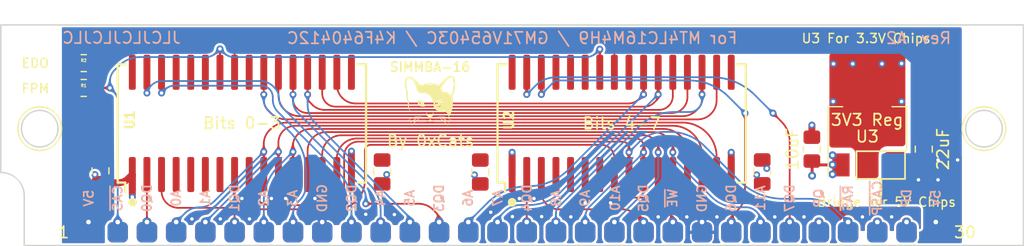
<source format=kicad_pcb>
(kicad_pcb (version 20211014) (generator pcbnew)
  (title_block (title "SIMMBA-16 (16MB EDO/FPM RAM)") (date "2022-04-19") (rev "1A") (company "0xCats"))
  (layers (0 "F.Cu" signal "Front") (1 "In1.Cu" signal) (2 "In2.Cu" signal) (31 "B.Cu" signal "Back") (34 "B.Paste" user) (35 "F.Paste" user) (36 "B.SilkS" user "B.Silkscreen") (37 "F.SilkS" user "F.Silkscreen") (38 "B.Mask" user) (39 "F.Mask" user) (44 "Edge.Cuts" user))
  (net 0 "")
  (net 1 "+5V")
  (net 2 "/DQ4")
  (net 3 "/DQ5")
  (net 8 "/~{CAS}")
  (net 10 "/~{RAS}")
  (net 14 "/DQ6")
  (net 15 "/DQ7")
  (net 16 "/DQ0")
  (net 17 "/DQ1")
  (net 26 "/DQ2")
  (net 27 "/DQ3")
  (net 28 "GND")
  (net 32 "VDD")
  (net 33 "/~{WE}")
  (net 34 "/~{OE}")
  (net 35 "/2A5")
  (net 36 "/2A4")
  (net 37 "/2A3")
  (net 38 "/2A6")
  (net 39 "/2A8")
  (net 40 "/2A9")
  (net 41 "/2A11")
  (net 42 "/2A10")
  (net 43 "/2A7")
  (net 44 "/2A0")
  (net 45 "/2A1")
  (net 46 "/2A2")
  (footprint "dram:SOJ-32_400mil" (layer "F.Cu") (at 81.079064 65.4278 90)
    (fp_text reference "U1")
    (fp_text value "MT4LC16M4H9")
  )
  (footprint "Resistor_SMD:R_0805_2012Metric_Pad1.20x1.40mm_HandSolder" (layer "F.Cu") (at 67.328264 60.186)
    (fp_text reference "R2")
    (fp_text value "EDO")
  )
  (footprint "edge connectors:SIMM_30_A2" (layer "F.Cu") (at 103.3056 74.267)
    (fp_text reference "J1" hide)
    (fp_text value "SIMM-30")
    (fp_line (start -41.148 -2.54) (end -41.148 1.778) (layer "Edge.Cuts") (width 0.12))
    (fp_line (start -43.18 -4.572) (end -43.18 -17.399) (layer "Edge.Cuts") (width 0.12))
    (fp_line (start -43.18 -17.399) (end 45.72 -17.399) (layer "Edge.Cuts") (width 0.12))
    (fp_line (start 45.72 1.778) (end 45.72 -17.399) (layer "Edge.Cuts") (width 0.12))
    (fp_line (start -41.148 1.778) (end 45.72 1.778) (layer "Edge.Cuts") (width 0.12))
    (fp_arc (start -43.18 -4.572) (mid -41.743159 -3.976841) (end -41.148 -2.54) (layer "Edge.Cuts") (width 0.12))
    (fp_circle (center 42.291 -8.382) (end 43.881 -8.382) (layer "Edge.Cuts") (width 0.12) (fill none))
    (fp_circle (center -39.8 -8.382) (end -38.21 -8.382) (layer "Edge.Cuts") (width 0.12) (fill none))
  )
  (footprint "Capacitor_SMD:C_0805_2012Metric_Pad1.18x1.45mm_HandSolder" (layer "F.Cu") (at 126.316464 69.6442 90)
    (fp_text reference "C4" hide)
    (fp_text value "220nF" hide)
  )
  (footprint "Capacitor_SMD:C_0805_2012Metric_Pad1.18x1.45mm_HandSolder" (layer "F.Cu") (at 68.785464 69.5487 90)
    (fp_text reference "C1" hide)
    (fp_text value "220nF" hide)
  )
  (footprint "graphics:cat face" (layer "F.Cu") (at 97.430892 63.773383)
    (fp_text reference "G***" hide)
    (fp_text value "LOGO" hide)
  )
  (footprint "Capacitor_SMD:C_0805_2012Metric_Pad1.18x1.45mm_HandSolder" (layer "F.Cu") (at 101.805064 69.6516 90)
    (fp_text reference "C3" hide)
    (fp_text value "220nF" hide)
  )
  (footprint "Resistor_SMD:R_0805_2012Metric_Pad1.20x1.40mm_HandSolder" (layer "F.Cu") (at 67.328264 62.345 180)
    (fp_text reference "R1")
    (fp_text value "FPM")
  )
  (footprint "Capacitor_SMD:C_0805_2012Metric_Pad1.18x1.45mm_HandSolder" (layer "F.Cu") (at 93.271064 69.6477 90)
    (fp_text reference "C2" hide)
    (fp_text value "220nF" hide)
  )
  (footprint "dram:SOJ-32_400mil" (layer "F.Cu") (at 114.099064 65.4278 90)
    (fp_text reference "U2")
    (fp_text value "MT4LC16M4H9")
  )
  (footprint "Capacitor_SMD:C_0805_2012Metric_Pad1.18x1.45mm_HandSolder" (layer "F.Cu") (at 140.362664 67.663 90)
    (fp_text reference "C5" hide)
    (fp_text value "22uF")
  )
  (footprint "Capacitor_SMD:C_0805_2012Metric_Pad1.18x1.45mm_HandSolder" (layer "F.Cu") (at 130.634464 67.663 -90)
    (fp_text reference "C6" hide)
    (fp_text value "10uF")
  )
  (footprint "Package_TO_SOT_SMD:SOT-223-3_TabPin2" (layer "F.Cu") (at 135.460464 65.885 90)
    (fp_text reference "U3")
    (fp_text value "AMS1117-3.3")
  )
  (gr_line (start 136.625064 70.358) (end 136.625064 71.628) (layer "F.SilkS") (width 0.254))
  (gr_circle (center 104.574064 72.2858) (end 104.874064 72.2858) (layer "F.SilkS") (width 0.1524) (fill solid))
  (gr_circle (center 71.579464 72.2858) (end 71.879464 72.2858) (layer "F.SilkS") (width 0.1524) (fill solid))
  (gr_rect (start 134.516864 67.8434) (end 138.733264 70.2564) (layer "F.SilkS") (width 0.15) (fill none))
  (gr_text "~{RAS}" (at 133.780264 71.9328 90) (layer "B.SilkS") (effects (font (size 0.8 0.8)) (justify mirror)))
  (gr_text "~{WE}" (at 118.514864 71.9328 90) (layer "B.SilkS") (effects (font (size 0.8 0.8)) (justify mirror)))
  (gr_text "JLCJLCJLCJLC" (at 70.614264 57.9856) (layer "B.SilkS") (effects (font (size 1 1)) (justify mirror)))
  (gr_text "DQ4" (at 105.865664 71.932799 90) (layer "B.SilkS") (effects (font (size 0.8 0.8)) (justify mirror)))
  (gr_text "DQ2" (at 90.625664 71.932799 90) (layer "B.SilkS") (effects (font (size 0.8 0.8)) (justify mirror)))
  (gr_text "For MT4LC16M4H9 / GM71V65403C / K4F640412C" (at 104.5756 58.011) (layer "B.SilkS") (effects (font (size 1 1)) (justify mirror)))
  (gr_text "A0" (at 75.360264 71.9328 90) (layer "B.SilkS") (effects (font (size 0.8 0.8)) (justify mirror)))
  (gr_text "DQ0" (at 72.820264 71.932799 90) (layer "B.SilkS") (effects (font (size 0.8 0.8)) (justify mirror)))
  (gr_text "DQ3" (at 98.220264 71.932799 90) (layer "B.SilkS") (effects (font (size 0.8 0.8)) (justify mirror)))
  (gr_text "GND" (at 88.060264 71.9328 90) (layer "B.SilkS") (effects (font (size 0.8 0.8)) (justify mirror)))
  (gr_text "5V" (at 141.400264 71.9328 90) (layer "B.SilkS") (effects (font (size 0.8 0.8)) (justify mirror)))
  (gr_text "A7" (at 103.325664 71.9328 90) (layer "B.SilkS") (effects (font (size 0.8 0.8)) (justify mirror)))
  (gr_text "A2" (at 82.980264 71.9328 90) (layer "B.SilkS") (effects (font (size 0.8 0.8)) (justify mirror)))
  (gr_text "DQ6" (at 123.620264 71.932799 90) (layer "B.SilkS") (effects (font (size 0.8 0.8)) (justify mirror)))
  (gr_text "DQ5" (at 116.000264 71.932799 90) (layer "B.SilkS") (effects (font (size 0.8 0.8)) (justify mirror)))
  (gr_text "A1" (at 77.900264 71.9328 90) (layer "B.SilkS") (effects (font (size 0.8 0.8)) (justify mirror)))
  (gr_text "A11" (at 126.160264 71.932799 90) (layer "B.SilkS") (effects (font (size 0.8 0.8)) (justify mirror)))
  (gr_text "5V" (at 67.765664 71.9328 90) (layer "B.SilkS") (effects (font (size 0.8 0.8)) (justify mirror)))
  (gr_text "DP" (at 138.860264 71.932799 90) (layer "B.SilkS") (effects (font (size 0.8 0.8)) (justify mirror)))
  (gr_text "QP" (at 131.240264 71.9328 90) (layer "B.SilkS") (effects (font (size 0.8 0.8)) (justify mirror)))
  (gr_text "Rev. A2" (at 139.905464 58.011) (layer "B.SilkS") (effects (font (size 1 1)) (justify mirror)))
  (gr_text "~{CAS}" (at 70.280264 71.9328 90) (layer "B.SilkS") (effects (font (size 0.8 0.8)) (justify mirror)))
  (gr_text "DQ7" (at 128.700264 71.932799 90) (layer "B.SilkS") (effects (font (size 0.8 0.8)) (justify mirror)))
  (gr_text "GND" (at 121.080264 71.9328 90) (layer "B.SilkS") (effects (font (size 0.8 0.8)) (justify mirror)))
  (gr_text "A10" (at 113.536464 71.932799 90) (layer "B.SilkS") (effects (font (size 0.8 0.8)) (justify mirror)))
  (gr_text "A4" (at 93.140264 71.9328 90) (layer "B.SilkS") (effects (font (size 0.8 0.8)) (justify mirror)))
  (gr_text "A5" (at 95.680264 71.9328 90) (layer "B.SilkS") (effects (font (size 0.8 0.8)) (justify mirror)))
  (gr_text "A8" (at 108.405664 71.9328 90) (layer "B.SilkS") (effects (font (size 0.8 0.8)) (justify mirror)))
  (gr_text "DQ1" (at 80.440264 71.932799 90) (layer "B.SilkS") (effects (font (size 0.8 0.8)) (justify mirror)))
  (gr_text "A9" (at 110.920264 71.9328 90) (layer "B.SilkS") (effects (font (size 0.8 0.8)) (justify mirror)))
  (gr_text "~{CASP}" (at 136.320264 71.9328 90) (layer "B.SilkS") (effects (font (size 0.8 0.8)) (justify mirror)))
  (gr_text "A6" (at 100.734864 71.9328 90) (layer "B.SilkS") (effects (font (size 0.8 0.8)) (justify mirror)))
  (gr_text "A3" (at 85.494864 71.9328 90) (layer "B.SilkS") (effects (font (size 0.8 0.8)) (justify mirror)))
  (gr_text "EDO" (at 63.121264 60.1954) (layer "F.SilkS") (effects (font (size 0.8 0.8) (thickness 0.125))))
  (gr_text "3V3 Reg" (at 135.435064 65.123) (layer "F.SilkS") (effects (font (size 1 1))))
  (gr_text "SIMMBA-16" (at 97.436664 60.5256) (layer "F.SilkS") (effects (font (size 0.8 0.8))))
  (gr_text "Bridge for 5V Chips\n" (at 137.133064 72.263) (layer "F.SilkS") (effects (font (size 0.8 0.8) (thickness 0.125))))
  (gr_text "FPM" (at 63.121264 62.4052) (layer "F.SilkS") (effects (font (size 0.8 0.8) (thickness 0.125))))
  (gr_text "Bits 0-3" (at 81.079064 65.4024) (layer "F.SilkS") (effects (font (size 1 1))))
  (gr_text "Bits 4-7" (at 114.099064 65.4278) (layer "F.SilkS") (effects (font (size 1 1))))
  (gr_text "By 0xCats" (at 97.487464 66.9518) (layer "F.SilkS") (effects (font (size 1 1))))
  (gr_text "U3 For 3.3V Chips" (at 135.355064 58.039) (layer "F.SilkS") (effects (font (size 0.8 0.8) (thickness 0.125))))
  (segment (start 140.362664 68.7005) (end 138.094964 68.7005) (width 0.6) (layer "F.Cu") (net 1))
  (via (at 139.901664 70.3326) (size 0.6) (drill 0.3) (layers "F.Cu" "B.Cu") (net 1))
  (via (at 143.305264 68.6054) (size 0.6) (drill 0.3) (layers "F.Cu" "B.Cu") (net 1))
  (via (at 141.603464 70.3326) (size 0.6) (drill 0.3) (layers "F.Cu" "B.Cu") (net 1))
  (via (at 141.603464 68.6054) (size 0.6) (drill 0.3) (layers "F.Cu" "B.Cu") (net 1))
  (segment (start 105.844064 69.8728) (end 105.844064 74.265464) (width 0.15) (layer "F.Cu") (net 2))
  (segment (start 107.114064 71.377782) (end 107.114064 69.8728) (width 0.15) (layer "F.Cu") (net 3))
  (segment (start 108.631681 72.8954) (end 114.117198 72.8954) (width 0.15) (layer "F.Cu") (net 3))
  (segment (start 115.4525 73.4485) (end 116.0056 74.0016) (width 0.15) (layer "F.Cu") (net 3))
  (arc (start 107.114064 71.377782) (mid 107.229585 71.958549) (end 107.558564 72.4509) (width 0.15) (layer "F.Cu") (net 3))
  (arc (start 107.558564 72.4509) (mid 108.050914 72.779878) (end 108.631681 72.8954) (width 0.15) (layer "F.Cu") (net 3))
  (arc (start 115.4525 73.4485) (mid 114.839858 73.039146) (end 114.117198 72.8954) (width 0.15) (layer "F.Cu") (net 3))
  (segment (start 79.174064 58.9508) (end 79.174064 60.932) (width 0.15) (layer "F.Cu") (net 8))
  (segment (start 112.194064 58.9762) (end 112.194064 60.9828) (width 0.15) (layer "F.Cu") (net 8))
  (segment (start 69.607664 62.345) (end 68.328264 62.345) (width 0.15) (layer "F.Cu") (net 8))
  (via (at 79.174064 58.9508) (size 0.6) (drill 0.3) (layers "F.Cu" "B.Cu") (net 8))
  (via (at 112.194064 58.9762) (size 0.6) (drill 0.3) (layers "F.Cu" "B.Cu") (net 8))
  (via (at 69.607664 62.345) (size 0.6) (drill 0.3) (layers "F.Cu" "B.Cu") (net 8))
  (segment (start 80.388158 59.662) (end 111.02333 59.662) (width 0.15) (layer "B.Cu") (net 8))
  (segment (start 70.2856 63.502309) (end 70.2856 74.0016) (width 0.15) (layer "B.Cu") (net 8))
  (segment (start 77.959969 59.662) (end 72.236608 59.662) (width 0.15) (layer "B.Cu") (net 8))
  (segment (start 69.607664 61.7735) (end 69.607664 62.345) (width 0.15) (layer "B.Cu") (net 8))
  (segment (start 112.194064 58.9762) (end 111.851164 59.3191) (width 0.15) (layer "B.Cu") (net 8))
  (segment (start 69.946632 62.683968) (end 69.607664 62.345) (width 0.15) (layer "B.Cu") (net 8))
  (segment (start 79.174064 58.9508) (end 78.818464 59.3064) (width 0.15) (layer "B.Cu") (net 8))
  (segment (start 70.011775 60.797888) (end 70.377664 60.432) (width 0.15) (layer "B.Cu") (net 8))
  (segment (start 79.174064 58.9508) (end 79.529664 59.3064) (width 0.15) (layer "B.Cu") (net 8))
  (arc (start 72.236608 59.662) (mid 71.230554 59.862116) (end 70.377664 60.432) (width 0.15) (layer "B.Cu") (net 8))
  (arc (start 69.946632 62.683968) (mid 70.197505 63.059426) (end 70.2856 63.502309) (width 0.15) (layer "B.Cu") (net 8))
  (arc (start 111.851164 59.3191) (mid 111.47135 59.572883) (end 111.02333 59.662) (width 0.15) (layer "B.Cu") (net 8))
  (arc (start 79.529664 59.3064) (mid 79.923544 59.569582) (end 80.388158 59.662) (width 0.15) (layer "B.Cu") (net 8))
  (arc (start 70.011775 60.797888) (mid 69.712689 61.245502) (end 69.607664 61.7735) (width 0.15) (layer "B.Cu") (net 8))
  (arc (start 78.818464 59.3064) (mid 78.424583 59.569582) (end 77.959969 59.662) (width 0.15) (layer "B.Cu") (net 8))
  (segment (start 83.650872 72.533311) (end 89.286373 72.533311) (width 0.15) (layer "F.Cu") (net 10))
  (segment (start 114.734064 67.584542) (end 114.734064 67.9424) (width 0.15) (layer "F.Cu") (net 10))
  (segment (start 81.714064 70.623077) (end 81.714064 69.8474) (width 0.15) (layer "F.Cu") (net 10))
  (segment (start 91.206427 67.014369) (end 114.16389 67.014369) (width 0.15) (layer "F.Cu") (net 10))
  (segment (start 82.26255 71.947241) (end 82.281342 71.966033) (width 0.15) (layer "F.Cu") (net 10))
  (segment (start 89.969064 71.85062) (end 89.969064 68.251732) (width 0.15) (layer "F.Cu") (net 10))
  (segment (start 114.734064 67.9424) (end 114.734064 69.8728) (width 0.15) (layer "F.Cu") (net 10))
  (via (at 114.734064 67.9424) (size 0.6) (drill 0.3) (layers "F.Cu" "B.Cu") (net 10))
  (arc (start 90.331479 67.376784) (mid 90.063252 67.778213) (end 89.969064 68.251732) (width 0.15) (layer "F.Cu") (net 10))
  (arc (start 91.206427 67.014369) (mid 90.732908 67.108557) (end 90.331479 67.376784) (width 0.15) (layer "F.Cu") (net 10))
  (arc (start 114.567064 67.181369) (mid 114.382086 67.05777) (end 114.16389 67.014369) (width 0.15) (layer "F.Cu") (net 10))
  (arc (start 89.969064 71.85062) (mid 89.917097 72.111874) (end 89.769108 72.333355) (width 0.15) (layer "F.Cu") (net 10))
  (arc (start 82.281342 71.966033) (mid 82.909687 72.38588) (end 83.650872 72.533311) (width 0.15) (layer "F.Cu") (net 10))
  (arc (start 114.567064 67.181369) (mid 114.690662 67.366346) (end 114.734064 67.584542) (width 0.15) (layer "F.Cu") (net 10))
  (arc (start 81.714064 70.623077) (mid 81.85661 71.339709) (end 82.26255 71.947241) (width 0.15) (layer "F.Cu") (net 10))
  (arc (start 89.769108 72.333355) (mid 89.547627 72.481344) (end 89.286373 72.533311) (width 0.15) (layer "F.Cu") (net 10))
  (segment (start 132.7753 72.9913) (end 133.7856 74.0016) (width 0.15) (layer "B.Cu") (net 10))
  (segment (start 117.769299 66.1644) (end 118.290064 66.1644) (width 0.15) (layer "B.Cu") (net 10))
  (segment (start 115.623064 67.0534) (end 114.734064 67.9424) (width 0.15) (layer "B.Cu") (net 10))
  (segment (start 128.138627 71.981) (end 130.33622 71.981) (width 0.15) (layer "B.Cu") (net 10))
  (segment (start 121.325299 67.421635) (end 124.290871 70.387207) (width 0.15) (layer "B.Cu") (net 10))
  (arc (start 132.7753 72.9913) (mid 131.65624 72.243568) (end 130.33622 71.981) (width 0.15) (layer "B.Cu") (net 10))
  (arc (start 124.290871 70.387207) (mid 126.056236 71.566786) (end 128.138627 71.981) (width 0.15) (layer "B.Cu") (net 10))
  (arc (start 117.769299 66.1644) (mid 116.607765 66.395443) (end 115.623064 67.0534) (width 0.15) (layer "B.Cu") (net 10))
  (arc (start 121.325299 67.421635) (mid 119.932721 66.491144) (end 118.290064 66.1644) (width 0.15) (layer "B.Cu") (net 10))
  (segment (start 107.114064 62.9132) (end 107.114064 60.9828) (width 0.15) (layer "F.Cu") (net 14))
  (segment (start 123.88657 73.267893) (end 124.221732 72.932732) (width 0.15) (layer "F.Cu") (net 14))
  (segment (start 124.817864 64.5388) (end 124.817864 71.493542) (width 0.15) (layer "F.Cu") (net 14))
  (segment (start 123.6256 73.897932) (end 123.6256 74.267) (width 0.15) (layer "F.Cu") (net 14))
  (via (at 107.114064 62.9132) (size 0.6) (drill 0.3) (layers "F.Cu" "B.Cu") (net 14))
  (via (at 124.817864 64.5388) (size 0.6) (drill 0.3) (layers "F.Cu" "B.Cu") (net 14))
  (arc (start 123.88657 73.267893) (mid 123.693423 73.556957) (end 123.6256 73.897932) (width 0.15) (layer "F.Cu") (net 14))
  (arc (start 124.817864 71.493542) (mid 124.662934 72.272426) (end 124.221732 72.932732) (width 0.15) (layer "F.Cu") (net 14))
  (segment (start 108.079264 61.948) (end 108.195004 61.83226) (width 0.15) (layer "B.Cu") (net 14))
  (segment (start 107.114064 62.9132) (end 107.977664 62.0496) (width 0.15) (layer "B.Cu") (net 14))
  (segment (start 119.95657 61.69112) (end 108.535746 61.69112) (width 0.15) (layer "B.Cu") (net 14))
  (segment (start 123.394024 63.11496) (end 124.817864 64.5388) (width 0.15) (layer "B.Cu") (net 14))
  (segment (start 108.079264 61.948) (end 108.028464 61.9988) (width 0.15) (layer "B.Cu") (net 14))
  (segment (start 108.028464 61.9988) (end 107.977664 62.0496) (width 0.15) (layer "B.Cu") (net 14))
  (arc (start 123.394024 63.11496) (mid 121.816906 62.061163) (end 119.95657 61.69112) (width 0.15) (layer "B.Cu") (net 14))
  (arc (start 108.535746 61.69112) (mid 108.351337 61.727801) (end 108.195004 61.83226) (width 0.15) (layer "B.Cu") (net 14))
  (segment (start 128.7056 67.012971) (end 128.7056 74.267) (width 0.15) (layer "F.Cu") (net 15))
  (segment (start 105.844064 62.9132) (end 105.844064 60.9828) (width 0.15) (layer "F.Cu") (net 15))
  (segment (start 127.980932 65.263468) (end 127.256264 64.5388) (width 0.15) (layer "F.Cu") (net 15))
  (via (at 105.844064 62.9132) (size 0.6) (drill 0.3) (layers "F.Cu" "B.Cu") (net 15))
  (via (at 127.256264 64.5388) (size 0.6) (drill 0.3) (layers "F.Cu" "B.Cu") (net 15))
  (arc (start 127.980932 65.263468) (mid 128.517264 66.066146) (end 128.7056 67.012971) (width 0.15) (layer "F.Cu") (net 15))
  (segment (start 127.256264 64.5388) (end 125.694164 62.9767) (width 0.15) (layer "B.Cu") (net 15))
  (segment (start 105.844064 62.9132) (end 106.593364 62.1639) (width 0.15) (layer "B.Cu") (net 15))
  (segment (start 108.402334 61.4146) (end 121.92292 61.4146) (width 0.15) (layer "B.Cu") (net 15))
  (arc (start 108.402334 61.4146) (mid 107.423326 61.609336) (end 106.593364 62.1639) (width 0.15) (layer "B.Cu") (net 15))
  (arc (start 125.694164 62.9767) (mid 123.963902 61.820576) (end 121.92292 61.4146) (width 0.15) (layer "B.Cu") (net 15))
  (segment (start 72.824064 69.822) (end 72.824064 74.265464) (width 0.15) (layer "F.Cu") (net 16))
  (segment (start 80.4456 73.302273) (end 80.4456 74.267) (width 0.15) (layer "F.Cu") (net 17))
  (segment (start 79.911726 72.7684) (end 75.567264 72.7684) (width 0.15) (layer "F.Cu") (net 17))
  (segment (start 74.094064 71.2952) (end 74.094064 69.822) (width 0.15) (layer "F.Cu") (net 17))
  (arc (start 80.289232 72.924768) (mid 80.404961 73.097968) (end 80.4456 73.302273) (width 0.15) (layer "F.Cu") (net 17))
  (arc (start 80.289232 72.924768) (mid 80.11603 72.809038) (end 79.911726 72.7684) (width 0.15) (layer "F.Cu") (net 17))
  (arc (start 74.094064 71.2952) (mid 74.525554 72.336909) (end 75.567264 72.7684) (width 0.15) (layer "F.Cu") (net 17))
  (segment (start 74.094064 62.7862) (end 74.094064 60.932) (width 0.15) (layer "F.Cu") (net 26))
  (via (at 74.094064 62.7862) (size 0.6) (drill 0.3) (layers "F.Cu" "B.Cu") (net 26))
  (segment (start 84.207696 64.422632) (end 89.480924 69.69586) (width 0.15) (layer "B.Cu") (net 26))
  (segment (start 90.6056 72.411068) (end 90.6056 74.0016) (width 0.15) (layer "B.Cu") (net 26))
  (segment (start 74.094064 62.7862) (end 74.410264 62.47) (width 0.15) (layer "B.Cu") (net 26))
  (segment (start 83.767664 63.3603) (end 83.767664 63.151091) (width 0.15) (layer "B.Cu") (net 26))
  (segment (start 82.770372 62.1538) (end 75.173638 62.1538) (width 0.15) (layer "B.Cu") (net 26))
  (arc (start 75.173638 62.1538) (mid 74.760503 62.235977) (end 74.410264 62.47) (width 0.15) (layer "B.Cu") (net 26))
  (arc (start 83.475564 62.4459) (mid 83.152019 62.229714) (end 82.770372 62.1538) (width 0.15) (layer "B.Cu") (net 26))
  (arc (start 83.767664 63.3603) (mid 83.882024 63.93523) (end 84.207696 64.422632) (width 0.15) (layer "B.Cu") (net 26))
  (arc (start 83.475564 62.4459) (mid 83.691749 62.769444) (end 83.767664 63.151091) (width 0.15) (layer "B.Cu") (net 26))
  (arc (start 89.480924 69.69586) (mid 90.313306 70.941608) (end 90.6056 72.411068) (width 0.15) (layer "B.Cu") (net 26))
  (segment (start 97.938774 73.16891) (end 97.704132 72.934268) (width 0.15) (layer "F.Cu") (net 27))
  (segment (start 98.2256 73.861368) (end 98.2256 74.267) (width 0.15) (layer "F.Cu") (net 27))
  (segment (start 72.824064 62.7862) (end 72.824064 60.932) (width 0.15) (layer "F.Cu") (net 27))
  (segment (start 96.445196 72.4128) (end 91.848664 72.4128) (width 0.15) (layer "F.Cu") (net 27))
  (via (at 91.848664 72.4128) (size 0.6) (drill 0.3) (layers "F.Cu" "B.Cu") (net 27))
  (via (at 72.824064 62.7862) (size 0.6) (drill 0.3) (layers "F.Cu" "B.Cu") (net 27))
  (arc (start 97.704132 72.934268) (mid 97.126527 72.548325) (end 96.445196 72.4128) (width 0.15) (layer "F.Cu") (net 27))
  (arc (start 97.938774 73.16891) (mid 98.151056 73.486612) (end 98.2256 73.861368) (width 0.15) (layer "F.Cu") (net 27))
  (segment (start 72.824064 62.6465) (end 72.824064 62.7862) (width 0.15) (layer "B.Cu") (net 27))
  (segment (start 91.848664 71.8572) (end 91.848664 72.4128) (width 0.15) (layer "B.Cu") (net 27))
  (segment (start 91.455795 70.908731) (end 84.671517 64.124453) (width 0.15) (layer "B.Cu") (net 27))
  (segment (start 73.205063 62.125799) (end 72.922846 62.408017) (width 0.15) (layer "B.Cu") (net 27))
  (segment (start 83.820364 62.2255) (end 83.93061 62.335746) (width 0.15) (layer "B.Cu") (net 27))
  (segment (start 74.124879 61.7448) (end 82.659851 61.7448) (width 0.15) (layer "B.Cu") (net 27))
  (arc (start 83.93061 62.335746) (mid 84.204786 62.746079) (end 84.301064 63.2301) (width 0.15) (layer "B.Cu") (net 27))
  (arc (start 83.820364 62.2255) (mid 83.287916 61.869729) (end 82.659851 61.7448) (width 0.15) (layer "B.Cu") (net 27))
  (arc (start 74.124879 61.7448) (mid 73.627078 61.843818) (end 73.205063 62.125799) (width 0.15) (layer "B.Cu") (net 27))
  (arc (start 91.455795 70.908731) (mid 91.74656 71.343892) (end 91.848664 71.8572) (width 0.15) (layer "B.Cu") (net 27))
  (arc (start 72.922846 62.408017) (mid 72.849736 62.517433) (end 72.824064 62.6465) (width 0.15) (layer "B.Cu") (net 27))
  (arc (start 84.301064 63.2301) (mid 84.397341 63.71412) (end 84.671517 64.124453) (width 0.15) (layer "B.Cu") (net 27))
  (segment (start 130.968964 69.035) (end 130.634464 68.7005) (width 0.254) (layer "F.Cu") (net 28))
  (segment (start 133.160464 69.035) (end 130.968964 69.035) (width 0.254) (layer "F.Cu") (net 28))
  (segment (start 130.656064 69.977) (end 130.656064 68.7221) (width 0.254) (layer "F.Cu") (net 28))
  (segment (start 126.719064 69.342) (end 126.719064 69.0093) (width 0.254) (layer "F.Cu") (net 28))
  (segment (start 126.719064 69.0093) (end 126.316464 68.6067) (width 0.254) (layer "F.Cu") (net 28))
  (segment (start 130.656064 68.7221) (end 130.634464 68.7005) (width 0.254) (layer "F.Cu") (net 28))
  (via (at 122.379464 73.5558) (size 0.6) (drill 0.3) (layers "F.Cu" "B.Cu") (net 28))
  (via (at 129.948664 73.5558) (size 0.6) (drill 0.3) (layers "F.Cu" "B.Cu") (net 28))
  (via (at 107.139464 73.5304) (size 0.6) (drill 0.3) (layers "F.Cu" "B.Cu") (net 28))
  (via (at 117.274064 73.5558) (size 0.6) (drill 0.3) (layers "F.Cu" "B.Cu") (net 28))
  (via (at 132.434064 69.0118) (size 0.6858) (drill 0.3302) (layers "F.Cu" "B.Cu") (net 28))
  (via (at 132.434064 68.199) (size 0.6858) (drill 0.3302) (layers "F.Cu" "B.Cu") (net 28))
  (via (at 109.679464 73.5558) (size 0.6) (drill 0.3) (layers "F.Cu" "B.Cu") (net 28))
  (via (at 135.028664 73.5558) (size 0.6) (drill 0.3) (layers "F.Cu" "B.Cu") (net 28))
  (via (at 130.656064 69.977) (size 0.6858) (drill 0.3302) (layers "F.Cu" "B.Cu") (net 28))
  (via (at 106.475264 71.9582) (size 0.6) (drill 0.3) (layers "F.Cu" "B.Cu") (net 28))
  (via (at 119.763264 73.5558) (size 0.6) (drill 0.3) (layers "F.Cu" "B.Cu") (net 28))
  (via (at 126.719064 69.342) (size 0.6) (drill 0.3) (layers "F.Cu" "B.Cu") (net 28))
  (via (at 132.434064 69.85) (size 0.6858) (drill 0.3302) (layers "F.Cu" "B.Cu") (net 28))
  (via (at 102.716064 73.152) (size 0.6) (drill 0.3) (layers "F.Cu" "B.Cu") (net 28))
  (via (at 79.199464 73.7336) (size 0.6) (drill 0.3) (layers "F.Cu" "B.Cu") (net 28))
  (via (at 87.429064 71.9556) (size 0.6) (drill 0.3) (layers "F.Cu" "B.Cu") (net 28))
  (via (at 83.644464 71.9556) (size 0.6) (drill 0.3) (layers "F.Cu" "B.Cu") (net 28))
  (via (at 127.408664 73.5558) (size 0.6) (drill 0.3) (layers "F.Cu" "B.Cu") (net 28))
  (via (at 76.735664 73.7336) (size 0.6) (drill 0.3) (layers "F.Cu" "B.Cu") (net 28))
  (via (at 94.337864 73.3526) (size 0.6) (drill 0.3) (layers "F.Cu" "B.Cu") (net 28))
  (via (at 110.924064 72.3366) (size 0.6) (drill 0.3) (layers "F.Cu" "B.Cu") (net 28))
  (via (at 81.739464 73.7336) (size 0.6) (drill 0.3) (layers "F.Cu" "B.Cu") (net 28))
  (via (at 113.133864 72.3366) (size 0.6) (drill 0.3) (layers "F.Cu" "B.Cu") (net 28))
  (via (at 137.568664 73.5558) (size 0.6) (drill 0.3) (layers "F.Cu" "B.Cu") (net 28))
  (via (at 104.599464 73.5304) (size 0.6) (drill 0.3) (layers "F.Cu" "B.Cu") (net 28))
  (via (at 84.889064 71.9556) (size 0.6) (drill 0.3) (layers "F.Cu" "B.Cu") (net 28))
  (via (at 105.205264 71.9582) (size 0.6) (drill 0.3) (layers "F.Cu" "B.Cu") (net 28))
  (via (at 91.848664 73.3298) (size 0.6) (drill 0.3) (layers "F.Cu" "B.Cu") (net 28))
  (via (at 81.079064 71.9556) (size 0.6) (drill 0.3) (layers "F.Cu" "B.Cu") (net 28))
  (segment (start 68.302464 69.8767) (end 68.302464 70.1772) (width 0.2) (layer "F.Cu") (net 32))
  (segment (start 90.600264 69.8754) (end 90.600264 67.945) (width 0.6) (layer "F.Cu") (net 32))
  (segment (start 71.197364 70.2295) (end 71.554064 69.8728) (width 0.6) (layer "F.Cu") (net 32))
  (segment (start 101.403306 70.308842) (end 101.780064 70.6856) (width 0.2) (layer "F.Cu") (net 32))
  (segment (start 130.634464 65.5802) (end 130.634464 66.6255) (width 0.6) (layer "F.Cu") (net 32))
  (segment (start 70.336214 70.5862) (end 68.785464 70.5862) (width 0.6) (layer "F.Cu") (net 32))
  (segment (start 123.624064 67.9424) (end 123.624064 69.8728) (width 0.6) (layer "F.Cu") (net 32))
  (segment (start 104.574064 67.9424) (end 104.574064 69.8728) (width 0.6) (layer "F.Cu") (net 32))
  (segment (start 101.297064 69.9021) (end 101.297064 70.05235) (width 0.2) (layer "F.Cu") (net 32))
  (segment (start 71.554064 69.8474) (end 71.554064 71.7524) (width 0.6) (layer "F.Cu") (net 32))
  (segment (start 125.833464 69.8982) (end 125.833464 70.1987) (width 0.2) (layer "F.Cu") (net 32))
  (segment (start 93.673664 69.8754) (end 93.673664 70.2826) (width 0.15) (layer "F.Cu") (net 32))
  (via (at 134.190464 60.2462) (size 0.6) (drill 0.3) (layers "F.Cu" "B.Cu") (net 32))
  (via (at 93.673664 69.8754) (size 0.6) (drill 0.3) (layers "F.Cu" "B.Cu") (net 32))
  (via (at 104.574064 67.9424) (size 0.6) (drill 0.3) (layers "F.Cu" "B.Cu") (net 32))
  (via (at 132.488664 63.5228) (size 0.6) (drill 0.3) (layers "F.Cu" "B.Cu") (net 32))
  (via (at 136.730464 60.2462) (size 0.6) (drill 0.3) (layers "F.Cu" "B.Cu") (net 32))
  (via (at 71.554064 71.8286) (size 0.6) (drill 0.3) (layers "F.Cu" "B.Cu") (net 32))
  (via (at 130.634464 65.5802) (size 0.6) (drill 0.3) (layers "F.Cu" "B.Cu") (net 32))
  (via (at 68.302464 69.8767) (size 0.6) (drill 0.3) (layers "F.Cu" "B.Cu") (net 32))
  (via (at 132.514064 60.2462) (size 0.6) (drill 0.3) (layers "F.Cu" "B.Cu") (net 32))
  (via (at 138.432264 63.5228) (size 0.6) (drill 0.3) (layers "F.Cu" "B.Cu") (net 32))
  (via (at 125.833464 69.8982) (size 0.6) (drill 0.3) (layers "F.Cu" "B.Cu") (net 32))
  (via (at 101.297064 69.9021) (size 0.6) (drill 0.3) (layers "F.Cu" "B.Cu") (net 32))
  (via (at 138.432264 60.2208) (size 0.6) (drill 0.3) (layers "F.Cu" "B.Cu") (net 32))
  (via (at 123.624064 67.9424) (size 0.6) (drill 0.3) (layers "F.Cu" "B.Cu") (net 32))
  (via (at 90.604064 67.8408) (size 0.6) (drill 0.3) (layers "F.Cu" "B.Cu") (net 32))
  (arc (start 101.297064 70.05235) (mid 101.324675 70.191162) (end 101.403306 70.308842) (width 0.2) (layer "F.Cu") (net 32))
  (arc (start 71.197364 70.2295) (mid 70.802265 70.493496) (end 70.336214 70.5862) (width 0.6) (layer "F.Cu") (net 32))
  (segment (start 80.444064 71.898108) (end 80.444064 69.8474) (width 0.15) (layer "F.Cu") (net 33))
  (segment (start 112.308504 67.290889) (end 92.277615 67.290889) (width 0.15) (layer "F.Cu") (net 33))
  (segment (start 117.705864 72.7176) (end 118.345807 73.357543) (width 0.15) (layer "F.Cu") (net 33))
  (segment (start 118.544064 73.836177) (end 118.544064 74.116555) (width 0.15) (layer "F.Cu") (net 33))
  (segment (start 113.464064 68.9965) (end 113.464064 68.446448) (width 0.15) (layer "F.Cu") (net 33))
  (segment (start 113.464064 70.7491) (end 113.464064 71.445794) (width 0.15) (layer "F.Cu") (net 33))
  (segment (start 81.441355 72.8954) (end 89.257554 72.8954) (width 0.15) (layer "F.Cu") (net 33))
  (segment (start 113.464064 68.9965) (end 113.464064 70.7491) (width 0.15) (layer "F.Cu") (net 33))
  (segment (start 115.68227 71.8794) (end 113.897669 71.8794) (width 0.15) (layer "F.Cu") (net 33))
  (segment (start 91.772464 67.79604) (end 91.772464 70.38049) (width 0.15) (layer "F.Cu") (net 33))
  (arc (start 117.705864 72.7176) (mid 116.777431 72.097241) (end 115.68227 71.8794) (width 0.15) (layer "F.Cu") (net 33))
  (arc (start 80.736164 72.6033) (mid 81.059708 72.819485) (end 81.441355 72.8954) (width 0.15) (layer "F.Cu") (net 33))
  (arc (start 113.464064 71.445794) (mid 113.49707 71.611728) (end 113.591064 71.7524) (width 0.15) (layer "F.Cu") (net 33))
  (arc (start 91.772464 70.38049) (mid 91.581027 71.342904) (end 91.035864 72.1588) (width 0.15) (layer "F.Cu") (net 33))
  (arc (start 92.277615 67.290889) (mid 92.084302 67.329341) (end 91.920419 67.438844) (width 0.15) (layer "F.Cu") (net 33))
  (arc (start 118.345807 73.357543) (mid 118.492538 73.577142) (end 118.544064 73.836177) (width 0.15) (layer "F.Cu") (net 33))
  (arc (start 80.444064 71.898108) (mid 80.519978 72.279755) (end 80.736164 72.6033) (width 0.15) (layer "F.Cu") (net 33))
  (arc (start 113.125608 67.629344) (mid 113.376102 68.004234) (end 113.464064 68.446448) (width 0.15) (layer "F.Cu") (net 33))
  (arc (start 91.035864 72.1588) (mid 90.219968 72.703963) (end 89.257554 72.8954) (width 0.15) (layer "F.Cu") (net 33))
  (arc (start 91.920419 67.438844) (mid 91.810916 67.602727) (end 91.772464 67.79604) (width 0.15) (layer "F.Cu") (net 33))
  (arc (start 113.125608 67.629344) (mid 112.750717 67.37885) (end 112.308504 67.290889) (width 0.15) (layer "F.Cu") (net 33))
  (arc (start 113.591064 71.7524) (mid 113.731735 71.846393) (end 113.897669 71.8794) (width 0.15) (layer "F.Cu") (net 33))
  (segment (start 66.328264 59.5717) (end 66.328264 60.8003) (width 0.15) (layer "F.Cu") (net 34))
  (segment (start 68.117311 57.9094) (end 79.793656 57.9094) (width 0.15) (layer "F.Cu") (net 34))
  (segment (start 113.464064 58.646528) (end 113.464064 60.9828) (width 0.15) (layer "F.Cu") (net 34))
  (segment (start 80.444064 58.559807) (end 80.444064 60.932) (width 0.15) (layer "F.Cu") (net 34))
  (segment (start 66.328264 60.8003) (end 66.328264 62.345) (width 0.6) (layer "F.Cu") (net 34))
  (segment (start 112.726935 57.9094) (end 81.094471 57.9094) (width 0.15) (layer "F.Cu") (net 34))
  (segment (start 66.762639 58.523024) (end 66.852264 58.4334) (width 0.15) (layer "F.Cu") (net 34))
  (arc (start 68.117311 57.9094) (mid 67.432672 58.045583) (end 66.852264 58.4334) (width 0.15) (layer "F.Cu") (net 34))
  (arc (start 80.253564 58.0999) (mid 80.444064 58.178807) (end 80.634564 58.0999) (width 0.15) (layer "F.Cu") (net 34))
  (arc (start 113.248164 58.1253) (mid 113.009022 57.96551) (end 112.726935 57.9094) (width 0.15) (layer "F.Cu") (net 34))
  (arc (start 80.253564 58.0999) (mid 80.042556 57.958909) (end 79.793656 57.9094) (width 0.15) (layer "F.Cu") (net 34))
  (arc (start 66.762639 58.523024) (mid 66.441154 59.00416) (end 66.328264 59.5717) (width 0.15) (layer "F.Cu") (net 34))
  (arc (start 80.634564 58.0999) (mid 80.493573 58.310907) (end 80.444064 58.559807) (width 0.15) (layer "F.Cu") (net 34))
  (arc (start 80.444064 58.559807) (mid 80.394554 58.310907) (end 80.253564 58.0999) (width 0.15) (layer "F.Cu") (net 34))
  (arc (start 113.248164 58.1253) (mid 113.407953 58.364441) (end 113.464064 58.646528) (width 0.15) (layer "F.Cu") (net 34))
  (arc (start 81.094471 57.9094) (mid 80.845571 57.958909) (end 80.634564 58.0999) (width 0.15) (layer "F.Cu") (net 34))
  (segment (start 82.984064 67.8916) (end 82.984064 67.2058) (width 0.15) (layer "F.Cu") (net 35))
  (segment (start 122.354064 68.340895) (end 122.354064 69.8728) (width 0.15) (layer "F.Cu") (net 35))
  (segment (start 83.468997 66.035065) (end 83.566439 65.937624) (width 0.15) (layer "F.Cu") (net 35))
  (segment (start 82.984064 67.8916) (end 82.984064 69.822) (width 0.15) (layer "F.Cu") (net 35))
  (segment (start 119.368417 65.355249) (end 84.972418 65.355249) (width 0.15) (layer "F.Cu") (net 35))
  (via (at 82.984064 67.8916) (size 0.6) (drill 0.3) (layers "F.Cu" "B.Cu") (net 35))
  (arc (start 84.972418 65.355249) (mid 84.211507 65.506603) (end 83.566439 65.937624) (width 0.15) (layer "F.Cu") (net 35))
  (arc (start 83.468997 66.035065) (mid 83.110093 66.572203) (end 82.984064 67.2058) (width 0.15) (layer "F.Cu") (net 35))
  (arc (start 121.479588 66.229724) (mid 122.126795 67.198337) (end 122.354064 68.340895) (width 0.15) (layer "F.Cu") (net 35))
  (arc (start 121.479588 66.229724) (mid 120.510974 65.582517) (end 119.368417 65.355249) (width 0.15) (layer "F.Cu") (net 35))
  (segment (start 76.116277 73.250922) (end 75.3656 74.0016) (width 0.15) (layer "B.Cu") (net 35))
  (segment (start 78.691386 72.184277) (end 82.984064 67.8916) (width 0.15) (layer "B.Cu") (net 35))
  (arc (start 78.691386 72.184277) (mid 78.100651 72.578993) (end 77.403832 72.7176) (width 0.15) (layer "B.Cu") (net 35))
  (arc (start 77.403832 72.7176) (mid 76.707012 72.856205) (end 76.116277 73.250922) (width 0.15) (layer "B.Cu") (net 35))
  (segment (start 118.527106 65.631769) (end 85.730346 65.631769) (width 0.15) (layer "F.Cu") (net 36))
  (segment (start 84.254064 67.8916) (end 84.254064 69.822) (width 0.15) (layer "F.Cu") (net 36))
  (segment (start 84.254064 67.8916) (end 84.254064 67.108051) (width 0.15) (layer "F.Cu") (net 36))
  (segment (start 121.084064 68.188726) (end 121.084064 69.8728) (width 0.15) (layer "F.Cu") (net 36))
  (via (at 84.254064 67.8916) (size 0.6) (drill 0.3) (layers "F.Cu" "B.Cu") (net 36))
  (arc (start 120.335148 66.380684) (mid 120.889427 67.21022) (end 121.084064 68.188726) (width 0.15) (layer "F.Cu") (net 36))
  (arc (start 85.730346 65.631769) (mid 85.165397 65.744144) (end 84.686457 66.064162) (width 0.15) (layer "F.Cu") (net 36))
  (arc (start 84.686457 66.064162) (mid 84.366439 66.543102) (end 84.254064 67.108051) (width 0.15) (layer "F.Cu") (net 36))
  (arc (start 120.335148 66.380684) (mid 119.505611 65.826405) (end 118.527106 65.631769) (width 0.15) (layer "F.Cu") (net 36))
  (segment (start 84.134832 67.8916) (end 84.254064 67.8916) (width 0.15) (layer "B.Cu") (net 36))
  (segment (start 83.93129 67.975909) (end 77.9056 74.0016) (width 0.15) (layer "B.Cu") (net 36))
  (arc (start 84.134832 67.8916) (mid 84.024675 67.913511) (end 83.93129 67.975909) (width 0.15) (layer "B.Cu") (net 36))
  (segment (start 119.814064 67.993197) (end 119.814064 69.8728) (width 0.15) (layer "F.Cu") (net 37))
  (segment (start 85.970596 66.354821) (end 85.909523 66.415895) (width 0.15) (layer "F.Cu") (net 37))
  (segment (start 85.524064 67.8916) (end 85.524064 69.822) (width 0.15) (layer "F.Cu") (net 37))
  (segment (start 87.048623 65.908289) (end 117.729155 65.908289) (width 0.15) (layer "F.Cu") (net 37))
  (segment (start 85.524064 67.8916) (end 85.524064 67.346477) (width 0.15) (layer "F.Cu") (net 37))
  (via (at 85.524064 67.8916) (size 0.6) (drill 0.3) (layers "F.Cu" "B.Cu") (net 37))
  (arc (start 119.203408 66.518944) (mid 119.655359 67.195337) (end 119.814064 67.993197) (width 0.15) (layer "F.Cu") (net 37))
  (arc (start 119.203408 66.518944) (mid 118.527015 66.066993) (end 117.729155 65.908289) (width 0.15) (layer "F.Cu") (net 37))
  (arc (start 87.048623 65.908289) (mid 86.465199 66.024338) (end 85.970596 66.354821) (width 0.15) (layer "F.Cu") (net 37))
  (arc (start 85.909523 66.415895) (mid 85.624241 66.842849) (end 85.524064 67.346477) (width 0.15) (layer "F.Cu") (net 37))
  (segment (start 85.524064 67.8916) (end 84.248328 69.167335) (width 0.15) (layer "B.Cu") (net 37))
  (segment (start 82.9856 72.215832) (end 82.9856 74.0016) (width 0.15) (layer "B.Cu") (net 37))
  (arc (start 84.248328 69.167335) (mid 83.313772 70.565997) (end 82.9856 72.215832) (width 0.15) (layer "B.Cu") (net 37))
  (segment (start 84.94977 65.078729) (end 120.691881 65.078729) (width 0.15) (layer "F.Cu") (net 38))
  (segment (start 122.354064 63.416546) (end 122.354064 60.9828) (width 0.15) (layer "F.Cu") (net 38))
  (segment (start 82.984064 62.329977) (end 82.984064 63.394822) (width 0.15) (layer "F.Cu") (net 38))
  (segment (start 83.559806 64.502987) (end 83.360543 64.303724) (width 0.15) (layer "F.Cu") (net 38))
  (segment (start 82.984064 62.329977) (end 82.984064 60.932) (width 0.15) (layer "F.Cu") (net 38))
  (via (at 82.984064 62.9132) (size 0.6) (drill 0.3) (layers "F.Cu" "B.Cu") (net 38))
  (arc (start 122.354064 63.416546) (mid 122.227537 64.052636) (end 121.867222 64.591887) (width 0.15) (layer "F.Cu") (net 38))
  (arc (start 121.867222 64.591887) (mid 121.327971 64.952202) (end 120.691881 65.078729) (width 0.15) (layer "F.Cu") (net 38))
  (arc (start 82.984064 63.394822) (mid 83.081907 63.886716) (end 83.360543 64.303724) (width 0.15) (layer "F.Cu") (net 38))
  (arc (start 83.559806 64.502987) (mid 84.197526 64.929098) (end 84.94977 65.078729) (width 0.15) (layer "F.Cu") (net 38))
  (segment (start 86.663264 69.5668) (end 86.663264 70.74735) (width 0.15) (layer "B.Cu") (net 38))
  (segment (start 82.984064 63.3825) (end 82.984064 62.8624) (width 0.15) (layer "B.Cu") (net 38))
  (segment (start 85.5256 73.345532) (end 85.5256 74.0016) (width 0.15) (layer "B.Cu") (net 38))
  (segment (start 85.98951 72.225553) (end 86.094432 72.120632) (width 0.15) (layer "B.Cu") (net 38))
  (segment (start 83.35183 64.270366) (end 85.259657 66.178193) (width 0.15) (layer "B.Cu") (net 38))
  (arc (start 82.984064 63.3825) (mid 83.079643 63.863009) (end 83.35183 64.270366) (width 0.15) (layer "B.Cu") (net 38))
  (arc (start 86.663264 70.74735) (mid 86.515429 71.490564) (end 86.094432 72.120632) (width 0.15) (layer "B.Cu") (net 38))
  (arc (start 85.259657 66.178193) (mid 86.298478 67.732899) (end 86.663264 69.5668) (width 0.15) (layer "B.Cu") (net 38))
  (arc (start 85.98951 72.225553) (mid 85.646166 72.739403) (end 85.5256 73.345532) (width 0.15) (layer "B.Cu") (net 38))
  (segment (start 119.814064 63.157197) (end 119.814064 60.9828) (width 0.15) (layer "F.Cu") (net 39))
  (segment (start 85.524064 62.4052) (end 85.524064 63.3196) (width 0.15) (layer "F.Cu") (net 39))
  (segment (start 86.802497 64.525689) (end 118.445572 64.525689) (width 0.15) (layer "F.Cu") (net 39))
  (segment (start 85.524064 62.4052) (end 85.524064 60.932) (width 0.15) (layer "F.Cu") (net 39))
  (segment (start 85.898508 64.151244) (end 85.847353 64.100089) (width 0.15) (layer "F.Cu") (net 39))
  (via (at 85.524064 62.9132) (size 0.6) (drill 0.3) (layers "F.Cu" "B.Cu") (net 39))
  (arc (start 85.898508 64.151244) (mid 86.313261 64.428373) (end 86.802497 64.525689) (width 0.15) (layer "F.Cu") (net 39))
  (arc (start 119.413242 64.124867) (mid 118.969271 64.421518) (end 118.445572 64.525689) (width 0.15) (layer "F.Cu") (net 39))
  (arc (start 119.814064 63.157197) (mid 119.709893 63.680896) (end 119.413242 64.124867) (width 0.15) (layer "F.Cu") (net 39))
  (arc (start 85.524064 63.3196) (mid 85.608084 63.741997) (end 85.847353 64.100089) (width 0.15) (layer "F.Cu") (net 39))
  (segment (start 92.241399 70.805335) (end 85.957379 64.521315) (width 0.15) (layer "B.Cu") (net 39))
  (segment (start 93.1456 72.988268) (end 93.1456 74.267) (width 0.15) (layer "B.Cu") (net 39))
  (segment (start 85.524064 63.4752) (end 85.524064 62.8624) (width 0.15) (layer "B.Cu") (net 39))
  (arc (start 92.241399 70.805335) (mid 92.910605 71.806873) (end 93.1456 72.988268) (width 0.15) (layer "B.Cu") (net 39))
  (arc (start 85.524064 63.4752) (mid 85.636678 64.041353) (end 85.957379 64.521315) (width 0.15) (layer "B.Cu") (net 39))
  (segment (start 86.794064 62.596677) (end 86.794064 60.932) (width 0.15) (layer "F.Cu") (net 40))
  (segment (start 86.794064 62.596677) (end 86.794064 63.128122) (width 0.15) (layer "F.Cu") (net 40))
  (segment (start 118.544064 63.05254) (end 118.544064 60.9828) (width 0.15) (layer "F.Cu") (net 40))
  (segment (start 87.221726 63.821507) (end 86.981958 63.581739) (width 0.15) (layer "F.Cu") (net 40))
  (segment (start 88.254193 64.249169) (end 117.347435 64.249169) (width 0.15) (layer "F.Cu") (net 40))
  (via (at 86.794064 62.9132) (size 0.6) (drill 0.3) (layers "F.Cu" "B.Cu") (net 40))
  (arc (start 118.193579 63.898684) (mid 117.805364 64.15808) (end 117.347435 64.249169) (width 0.15) (layer "F.Cu") (net 40))
  (arc (start 87.221726 63.821507) (mid 87.695425 64.138023) (end 88.254193 64.249169) (width 0.15) (layer "F.Cu") (net 40))
  (arc (start 86.794064 63.128122) (mid 86.842896 63.373617) (end 86.981958 63.581739) (width 0.15) (layer "F.Cu") (net 40))
  (arc (start 118.544064 63.05254) (mid 118.452975 63.510469) (end 118.193579 63.898684) (width 0.15) (layer "F.Cu") (net 40))
  (segment (start 95.554778 73.500759) (end 87.457911 65.403892) (width 0.15) (layer "B.Cu") (net 40))
  (segment (start 95.6856 73.81659) (end 95.6856 74.0016) (width 0.15) (layer "B.Cu") (net 40))
  (segment (start 86.794064 63.801222) (end 86.794064 62.8624) (width 0.15) (layer "B.Cu") (net 40))
  (arc (start 86.794064 63.801222) (mid 86.966592 64.668581) (end 87.457911 65.403892) (width 0.15) (layer "B.Cu") (net 40))
  (arc (start 95.554778 73.500759) (mid 95.6516 73.645663) (end 95.6856 73.81659) (width 0.15) (layer "B.Cu") (net 40))
  (segment (start 116.004064 62.9132) (end 116.004064 60.9828) (width 0.15) (layer "F.Cu") (net 41))
  (segment (start 89.334064 62.056062) (end 89.334064 60.932) (width 0.15) (layer "F.Cu") (net 41))
  (segment (start 115.612599 63.304664) (end 116.004064 62.9132) (width 0.15) (layer "F.Cu") (net 41))
  (segment (start 114.66752 63.696129) (end 90.97413 63.696129) (width 0.15) (layer "F.Cu") (net 41))
  (via (at 116.004064 62.9132) (size 0.6) (drill 0.3) (layers "F.Cu" "B.Cu") (net 41))
  (arc (start 89.334064 62.056062) (mid 89.458906 62.683688) (end 89.814428 63.215764) (width 0.15) (layer "F.Cu") (net 41))
  (arc (start 89.814428 63.215764) (mid 90.346504 63.571286) (end 90.97413 63.696129) (width 0.15) (layer "F.Cu") (net 41))
  (arc (start 115.612599 63.304664) (mid 115.178993 63.59439) (end 114.66752 63.696129) (width 0.15) (layer "F.Cu") (net 41))
  (segment (start 102.40853 72.358669) (end 100.7656 74.0016) (width 0.15) (layer "B.Cu") (net 41))
  (segment (start 109.493133 69.42413) (end 116.004064 62.9132) (width 0.15) (layer "B.Cu") (net 41))
  (arc (start 105.950832 70.8914) (mid 104.033752 71.27273) (end 102.40853 72.358669) (width 0.15) (layer "B.Cu") (net 41))
  (arc (start 109.493133 69.42413) (mid 107.867911 70.510068) (end 105.950832 70.8914) (width 0.15) (layer "B.Cu") (net 41))
  (segment (start 117.274064 62.9132) (end 117.274064 63.091) (width 0.15) (layer "F.Cu") (net 42))
  (segment (start 117.274064 62.9132) (end 117.274064 60.9828) (width 0.15) (layer "F.Cu") (net 42))
  (segment (start 116.922139 63.620724) (end 117.14834 63.394523) (width 0.15) (layer "F.Cu") (net 42))
  (segment (start 116.072518 63.972649) (end 89.222248 63.972649) (width 0.15) (layer "F.Cu") (net 42))
  (segment (start 88.064064 62.814464) (end 88.064064 60.932) (width 0.15) (layer "F.Cu") (net 42))
  (via (at 117.274064 62.9132) (size 0.6) (drill 0.3) (layers "F.Cu" "B.Cu") (net 42))
  (arc (start 88.403288 63.633424) (mid 88.77903 63.884487) (end 89.222248 63.972649) (width 0.15) (layer "F.Cu") (net 42))
  (arc (start 116.922139 63.620724) (mid 116.532329 63.881186) (end 116.072518 63.972649) (width 0.15) (layer "F.Cu") (net 42))
  (arc (start 88.064064 62.814464) (mid 88.152225 63.257682) (end 88.403288 63.633424) (width 0.15) (layer "F.Cu") (net 42))
  (arc (start 117.274064 63.091) (mid 117.241389 63.255265) (end 117.14834 63.394523) (width 0.15) (layer "F.Cu") (net 42))
  (segment (start 103.899832 73.111232) (end 103.3056 73.705464) (width 0.15) (layer "B.Cu") (net 42))
  (segment (start 106.082164 72.517) (end 105.334434 72.517) (width 0.15) (layer "B.Cu") (net 42))
  (segment (start 117.274064 62.9132) (end 108.79322 71.394043) (width 0.15) (layer "B.Cu") (net 42))
  (arc (start 105.334434 72.517) (mid 104.558033 72.671435) (end 103.899832 73.111232) (width 0.15) (layer "B.Cu") (net 42))
  (arc (start 108.79322 71.394043) (mid 107.549377 72.225152) (end 106.082164 72.517) (width 0.15) (layer "B.Cu") (net 42))
  (segment (start 86.137965 64.802209) (end 119.376941 64.802209) (width 0.15) (layer "F.Cu") (net 43))
  (segment (start 84.254064 62.918307) (end 84.254064 60.932) (width 0.15) (layer "F.Cu") (net 43))
  (segment (start 121.084064 62.9132) (end 121.084064 60.9828) (width 0.15) (layer "F.Cu") (net 43))
  (segment (start 120.769754 64.116508) (end 120.584059 64.302204) (width 0.15) (layer "F.Cu") (net 43))
  (segment (start 121.084064 62.9132) (end 121.084064 63.3577) (width 0.15) (layer "F.Cu") (net 43))
  (via (at 121.084064 62.9132) (size 0.6) (drill 0.3) (layers "F.Cu" "B.Cu") (net 43))
  (arc (start 121.084064 63.3577) (mid 121.002377 63.768364) (end 120.769754 64.116508) (width 0.15) (layer "F.Cu") (net 43))
  (arc (start 84.805846 64.250427) (mid 85.417027 64.658805) (end 86.137965 64.802209) (width 0.15) (layer "F.Cu") (net 43))
  (arc (start 84.254064 62.918307) (mid 84.397467 63.639245) (end 84.805846 64.250427) (width 0.15) (layer "F.Cu") (net 43))
  (arc (start 120.584059 64.302204) (mid 120.030228 64.672261) (end 119.376941 64.802209) (width 0.15) (layer "F.Cu") (net 43))
  (segment (start 108.384064 73.250441) (end 108.384064 73.578996) (width 0.15) (layer "B.Cu") (net 43))
  (segment (start 120.766563 64.119699) (end 120.769755 64.116508) (width 0.15) (layer "B.Cu") (net 43))
  (segment (start 108.3856 73.582705) (end 108.3856 74.267) (width 0.15) (layer "B.Cu") (net 43))
  (segment (start 121.084064 62.9132) (end 121.084064 63.3577) (width 0.15) (layer "B.Cu") (net 43))
  (segment (start 120.000051 64.4372) (end 118.658364 64.4372) (width 0.15) (layer "B.Cu") (net 43))
  (segment (start 108.617155 72.687708) (end 115.601447 65.703416) (width 0.15) (layer "B.Cu") (net 43))
  (arc (start 120.766563 64.119699) (mid 120.414884 64.354684) (end 120.000051 64.4372) (width 0.15) (layer "B.Cu") (net 43))
  (arc (start 108.617155 72.687708) (mid 108.444642 72.945892) (end 108.384064 73.250441) (width 0.15) (layer "B.Cu") (net 43))
  (arc (start 108.384832 73.580851) (mid 108.3854 73.581701) (end 108.3856 73.582705) (width 0.15) (layer "B.Cu") (net 43))
  (arc (start 108.384064 73.578996) (mid 108.384263 73.58) (end 108.384832 73.580851) (width 0.15) (layer "B.Cu") (net 43))
  (arc (start 118.658364 64.4372) (mid 117.003972 64.766278) (end 115.601447 65.703416) (width 0.15) (layer "B.Cu") (net 43))
  (arc (start 121.084064 63.3577) (mid 121.002377 63.768364) (end 120.769755 64.116508) (width 0.15) (layer "B.Cu") (net 43))
  (segment (start 89.334064 68.490622) (end 89.334064 69.8474) (width 0.15) (layer "F.Cu") (net 44))
  (segment (start 116.004064 67.9424) (end 116.004064 69.8728) (width 0.15) (layer "F.Cu") (net 44))
  (segment (start 115.335303 66.737849) (end 91.086837 66.737849) (width 0.15) (layer "F.Cu") (net 44))
  (segment (start 116.004064 67.9424) (end 116.004064 67.406609) (width 0.15) (layer "F.Cu") (net 44))
  (via (at 116.004064 67.9424) (size 0.6) (drill 0.3) (layers "F.Cu" "B.Cu") (net 44))
  (arc (start 115.808188 66.933724) (mid 115.953157 67.150685) (end 116.004064 67.406609) (width 0.15) (layer "F.Cu") (net 44))
  (arc (start 115.808188 66.933724) (mid 115.591226 66.788755) (end 115.335303 66.737849) (width 0.15) (layer "F.Cu") (net 44))
  (arc (start 91.086837 66.737849) (mid 90.416079 66.87127) (end 89.847439 67.251224) (width 0.15) (layer "F.Cu") (net 44))
  (arc (start 89.847439 67.251224) (mid 89.467485 67.819864) (end 89.334064 68.490622) (width 0.15) (layer "F.Cu") (net 44))
  (segment (start 111.357886 72.612022) (end 115.995774 67.974134) (width 0.15) (layer "B.Cu") (net 44))
  (segment (start 116.004064 67.9424) (end 116.004064 67.954122) (width 0.15) (layer "B.Cu") (net 44))
  (segment (start 110.9256 73.655654) (end 110.9256 74.267) (width 0.15) (layer "B.Cu") (net 44))
  (arc (start 111.357886 72.612022) (mid 111.037947 73.090844) (end 110.9256 73.655654) (width 0.15) (layer "B.Cu") (net 44))
  (arc (start 116.004064 67.954122) (mid 116.001909 67.964952) (end 115.995774 67.974134) (width 0.15) (layer "B.Cu") (net 44))
  (segment (start 88.064064 68.125802) (end 88.064064 69.8474) (width 0.15) (layer "F.Cu") (net 45))
  (segment (start 117.274064 67.9424) (end 117.274064 67.5741) (width 0.15) (layer "F.Cu") (net 45))
  (segment (start 116.003172 66.461329) (end 89.728537 66.461329) (width 0.15) (layer "F.Cu") (net 45))
  (segment (start 117.274064 67.9424) (end 117.274064 69.8728) (width 0.15) (layer "F.Cu") (net 45))
  (segment (start 116.901828 66.833564) (end 117.013636 66.945372) (width 0.15) (layer "F.Cu") (net 45))
  (via (at 117.274064 67.9424) (size 0.6) (drill 0.3) (layers "F.Cu" "B.Cu") (net 45))
  (arc (start 89.728537 66.461329) (mid 89.09157 66.588029) (end 88.551577 66.948842) (width 0.15) (layer "F.Cu") (net 45))
  (arc (start 117.013636 66.945372) (mid 117.20638 67.233835) (end 117.274064 67.5741) (width 0.15) (layer "F.Cu") (net 45))
  (arc (start 116.901828 66.833564) (mid 116.489521 66.558069) (end 116.003172 66.461329) (width 0.15) (layer "F.Cu") (net 45))
  (arc (start 88.551577 66.948842) (mid 88.190764 67.488835) (end 88.064064 68.125802) (width 0.15) (layer "F.Cu") (net 45))
  (segment (start 117.274064 67.9424) (end 117.274064 69.710832) (width 0.15) (layer "B.Cu") (net 45))
  (segment (start 117.160383 70.306816) (end 113.4656 74.0016) (width 0.15) (layer "B.Cu") (net 45))
  (segment (start 117.274064 69.710832) (end 117.274064 70.032368) (width 0.15) (layer "B.Cu") (net 45))
  (arc (start 117.274064 70.032368) (mid 117.244519 70.180898) (end 117.160383 70.306816) (width 0.15) (layer "B.Cu") (net 45))
  (segment (start 118.544064 67.9424) (end 118.544064 67.5487) (width 0.15) (layer "F.Cu") (net 46))
  (segment (start 88.41026 66.184809) (end 116.887844 66.184809) (width 0.15) (layer "F.Cu") (net 46))
  (segment (start 118.265676 66.876612) (end 118.058968 66.669904) (width 0.15) (layer "F.Cu") (net 46))
  (segment (start 86.794064 67.801005) (end 86.794064 69.8474) (width 0.15) (layer "F.Cu") (net 46))
  (segment (start 118.544064 67.9424) (end 118.544064 69.8728) (width 0.15) (layer "F.Cu") (net 46))
  (via (at 118.544064 67.9424) (size 0.6) (drill 0.3) (layers "F.Cu" "B.Cu") (net 46))
  (arc (start 87.267437 66.658182) (mid 86.917089 67.182513) (end 86.794064 67.801005) (width 0.15) (layer "F.Cu") (net 46))
  (arc (start 118.058968 66.669904) (mid 117.521651 66.310881) (end 116.887844 66.184809) (width 0.15) (layer "F.Cu") (net 46))
  (arc (start 118.265676 66.876612) (mid 118.471713 67.184968) (end 118.544064 67.5487) (width 0.15) (layer "F.Cu") (net 46))
  (arc (start 88.41026 66.184809) (mid 87.791768 66.307834) (end 87.267437 66.658182) (width 0.15) (layer "F.Cu") (net 46))
  (segment (start 126.1656 73.861368) (end 126.1656 74.267) (width 0.15) (layer "B.Cu") (net 46))
  (segment (start 124.905523 72.7176) (end 124.119364 72.7176) (width 0.15) (layer "B.Cu") (net 46))
  (segment (start 125.796532 73.086668) (end 125.878774 73.16891) (width 0.15) (layer "B.Cu") (net 46))
  (segment (start 118.544064 67.9424) (end 118.544064 68.1964) (width 0.15) (layer "B.Cu") (net 46))
  (segment (start 118.723669 68.630005) (end 121.886297 71.792633) (width 0.15) (layer "B.Cu") (net 46))
  (arc (start 121.886297 71.792633) (mid 122.910837 72.477208) (end 124.119364 72.7176) (width 0.15) (layer "B.Cu") (net 46))
  (arc (start 125.796532 73.086668) (mid 125.387733 72.813517) (end 124.905523 72.7176) (width 0.15) (layer "B.Cu") (net 46))
  (arc (start 118.544064 68.1964) (mid 118.590741 68.431065) (end 118.723669 68.630005) (width 0.15) (layer "B.Cu") (net 46))
  (arc (start 125.878774 73.16891) (mid 126.091056 73.486612) (end 126.1656 73.861368) (width 0.15) (layer "B.Cu") (net 46))
  (zone (net 8) (net_name "/~{CAS}") (layer "F.Cu") (priority 16962) (connect_pads yes (clearance 0)) (min_thickness 0.0254) (fill yes (thermal_gap 0.508) (thermal_bridge_width 0.508))
    (polygon (pts (xy 79.249064 59.5408) (xy 79.251979 59.472576) (xy 79.260297 59.415926) (xy 79.273373 59.368369) (xy 79.290563 59.327421) (xy 79.311224 59.290602) (xy 79.334713 59.255429) (xy 79.360385 59.219421) (xy 79.387596 59.180096) (xy 79.415704 59.134971) (xy 79.444064 59.081566) (xy 79.174064 58.8008) (xy 78.904064 59.081566) (xy 78.932423 59.134971) (xy 78.960531 59.180096) (xy 78.987742 59.219421) (xy 79.013414 59.255429) (xy 79.036903 59.290602) (xy 79.057564 59.327421) (xy 79.074754 59.368369) (xy 79.08783 59.415926) (xy 79.096148 59.472576) (xy 79.099064 59.5408)))
  )
  (zone (net 0) (net_name "") (layer "F.Cu") (name "GND") (connect_pads (clearance 0)) (min_thickness 0.15)
    (keepout (tracks allowed) (vias allowed) (pads allowed) (copperpour not_allowed) (footprints allowed))
    (fill (thermal_gap 0.15) (thermal_bridge_width 0.3))
    (polygon (pts (xy 69.649064 69.0346) (xy 69.649064 70.0506) (xy 67.947264 70.0506) (xy 67.947264 69.0346)))
  )
  (zone (net 0) (net_name "") (layer "F.Cu") (connect_pads (clearance 0)) (min_thickness 0.254)
    (keepout (tracks allowed) (vias allowed) (pads allowed) (copperpour not_allowed) (footprints allowed))
    (fill (thermal_gap 0.508) (thermal_bridge_width 0.508))
    (polygon (pts (xy 69.061064 76.073) (xy 65.378064 76.073) (xy 65.378064 74.295) (xy 69.061064 74.295)))
  )
  (zone (net 0) (net_name "") (layer "F.Cu") (name "GND") (connect_pads (clearance 0)) (min_thickness 0.15)
    (keepout (tracks allowed) (vias allowed) (pads allowed) (copperpour not_allowed) (footprints allowed))
    (fill (thermal_gap 0.15) (thermal_bridge_width 0.3))
    (polygon (pts (xy 67.845664 61.0336) (xy 66.829664 61.0336) (xy 66.829664 59.3318) (xy 67.845664 59.3318)))
  )
  (zone (net 44) (net_name "/2A0") (layer "F.Cu") (priority 16962) (connect_pads yes (clearance 0)) (min_thickness 0.0254) (fill yes (thermal_gap 0.508) (thermal_bridge_width 0.508))
    (polygon (pts (xy 115.870312 67.149095) (xy 115.905588 67.234575) (xy 115.92473 67.309695) (xy 115.929712 67.376736) (xy 115.922511 67.437983) (xy 115.905101 67.495718) (xy 115.879458 67.552225) (xy 115.847557 67.609787) (xy 115.811375 67.670686) (xy 115.772885 67.737208) (xy 115.734064 67.811634) (xy 116.004064 68.0924) (xy 116.274064 67.811634) (xy 116.235485 67.727193) (xy 116.206021 67.653357) (xy 116.183229 67.587122) (xy 116.164668 67.525486) (xy 116.147898 67.465443) (xy 116.130478 67.403993) (xy 116.109966 67.33813) (xy 116.083921 67.264853) (xy 116.049903 67.181159) (xy 116.00547 67.084043)))
  )
  (zone (net 46) (net_name "/2A2") (layer "F.Cu") (priority 16962) (connect_pads yes (clearance 0)) (min_thickness 0.0254) (fill yes (thermal_gap 0.508) (thermal_bridge_width 0.508))
    (polygon (pts (xy 118.42582 67.276937) (xy 118.445368 67.350251) (xy 118.453242 67.41318) (xy 118.450926 67.467965) (xy 118.439905 67.516846) (xy 118.421661 67.562064) (xy 118.39768 67.60586) (xy 118.369446 67.650474) (xy 118.338442 67.698147) (xy 118.306153 67.75112) (xy 118.274064 67.811634) (xy 118.544064 68.0924) (xy 118.814064 67.811634) (xy 118.780866 67.743653) (xy 118.752148 67.685472) (xy 118.726949 67.634237) (xy 118.704309 67.587094) (xy 118.683267 67.541189) (xy 118.662862 67.49367) (xy 118.642135 67.441683) (xy 118.620123 67.382373) (xy 118.595868 67.312888) (xy 118.568408 67.230375)))
  )
  (zone (net 35) (net_name "/2A5") (layer "F.Cu") (priority 16962) (connect_pads yes (clearance 0)) (min_thickness 0.0254) (fill yes (thermal_gap 0.508) (thermal_bridge_width 0.508))
    (polygon (pts (xy 82.909064 67.3016) (xy 82.906148 67.369823) (xy 82.89783 67.426473) (xy 82.884754 67.47403) (xy 82.867564 67.514978) (xy 82.846903 67.551797) (xy 82.823414 67.58697) (xy 82.797742 67.622978) (xy 82.770531 67.662303) (xy 82.742423 67.707428) (xy 82.714064 67.760834) (xy 82.984064 68.0416) (xy 83.254064 67.760834) (xy 83.225704 67.707428) (xy 83.197596 67.662303) (xy 83.170385 67.622978) (xy 83.144713 67.58697) (xy 83.121224 67.551797) (xy 83.100563 67.514978) (xy 83.083373 67.47403) (xy 83.070297 67.426473) (xy 83.061979 67.369823) (xy 83.059064 67.3016)))
  )
  (zone (net 36) (net_name "/2A4") (layer "F.Cu") (priority 16962) (connect_pads yes (clearance 0)) (min_thickness 0.0254) (fill yes (thermal_gap 0.508) (thermal_bridge_width 0.508))
    (polygon (pts (xy 84.329064 68.4816) (xy 84.331979 68.413376) (xy 84.340297 68.356726) (xy 84.353373 68.309169) (xy 84.370563 68.268221) (xy 84.391224 68.231402) (xy 84.414713 68.196229) (xy 84.440385 68.160221) (xy 84.467596 68.120896) (xy 84.495704 68.075771) (xy 84.524064 68.022366) (xy 84.254064 67.7416) (xy 83.984064 68.022366) (xy 84.012423 68.075771) (xy 84.040531 68.120896) (xy 84.067742 68.160221) (xy 84.093414 68.196229) (xy 84.116903 68.231402) (xy 84.137564 68.268221) (xy 84.154754 68.309169) (xy 84.16783 68.356726) (xy 84.176148 68.413376) (xy 84.179064 68.4816)))
  )
  (zone (net 43) (net_name "/2A7") (layer "F.Cu") (priority 16962) (connect_pads yes (clearance 0)) (min_thickness 0.0254) (fill yes (thermal_gap 0.508) (thermal_bridge_width 0.508))
    (polygon (pts (xy 121.009064 62.3232) (xy 121.006148 62.391423) (xy 120.99783 62.448073) (xy 120.984754 62.49563) (xy 120.967564 62.536578) (xy 120.946903 62.573397) (xy 120.923414 62.60857) (xy 120.897742 62.644578) (xy 120.870531 62.683903) (xy 120.842423 62.729028) (xy 120.814064 62.782434) (xy 121.084064 63.0632) (xy 121.354064 62.782434) (xy 121.325704 62.729028) (xy 121.297596 62.683903) (xy 121.270385 62.644578) (xy 121.244713 62.60857) (xy 121.221224 62.573397) (xy 121.200563 62.536578) (xy 121.183373 62.49563) (xy 121.170297 62.448073) (xy 121.161979 62.391423) (xy 121.159064 62.3232)))
  )
  (zone (net 35) (net_name "/2A5") (layer "F.Cu") (priority 16962) (connect_pads yes (clearance 0)) (min_thickness 0.0254) (fill yes (thermal_gap 0.508) (thermal_bridge_width 0.508))
    (polygon (pts (xy 83.059064 68.4816) (xy 83.061979 68.413376) (xy 83.070297 68.356726) (xy 83.083373 68.309169) (xy 83.100563 68.268221) (xy 83.121224 68.231402) (xy 83.144713 68.196229) (xy 83.170385 68.160221) (xy 83.197596 68.120896) (xy 83.225704 68.075771) (xy 83.254064 68.022366) (xy 82.984064 67.7416) (xy 82.714064 68.022366) (xy 82.742423 68.075771) (xy 82.770531 68.120896) (xy 82.797742 68.160221) (xy 82.823414 68.196229) (xy 82.846903 68.231402) (xy 82.867564 68.268221) (xy 82.884754 68.309169) (xy 82.89783 68.356726) (xy 82.906148 68.413376) (xy 82.909064 68.4816)))
  )
  (zone (net 14) (net_name "/DQ6") (layer "F.Cu") (priority 16962) (connect_pads yes (clearance 0)) (min_thickness 0.0254) (fill yes (thermal_gap 0.508) (thermal_bridge_width 0.508))
    (polygon (pts (xy 123.833686 73.214712) (xy 123.76538 73.283385) (xy 123.708045 73.341716) (xy 123.65917 73.392061) (xy 123.616239 73.436775) (xy 123.57674 73.478216) (xy 123.53816 73.518737) (xy 123.497985 73.560696) (xy 123.453701 73.606449) (xy 123.402797 73.65835) (xy 123.342758 73.718757) (xy 123.592361 74.198818) (xy 124.00957 73.8895) (xy 123.985035 73.820441) (xy 123.955823 73.757192) (xy 123.92515 73.698589) (xy 123.896233 73.643469) (xy 123.872288 73.590669) (xy 123.856533 73.539027) (xy 123.852185 73.487379) (xy 123.86246 73.434564) (xy 123.890577 73.379417) (xy 123.939751 73.320777)))
  )
  (zone (net 16) (net_name "/DQ0") (layer "F.Cu") (priority 16962) (connect_pads yes (clearance 0)) (min_thickness 0.0254) (fill yes (thermal_gap 0.508) (thermal_bridge_width 0.508))
    (polygon (pts (xy 72.749064 73.475464) (xy 72.743364 73.536011) (xy 72.72753 73.582762) (xy 72.703457 73.618813) (xy 72.673041 73.64726) (xy 72.638177 73.6712) (xy 72.600762 73.693727) (xy 72.562691 73.717939) (xy 72.525861 73.746931) (xy 72.492166 73.7838) (xy 72.463504 73.831641) (xy 72.828035 74.201585) (xy 73.18345 73.822874) (xy 73.154113 73.776412) (xy 73.120098 73.740667) (xy 73.083233 73.712595) (xy 73.045348 73.689156) (xy 73.008273 73.667308) (xy 72.973836 73.644008) (xy 72.943867 73.616216) (xy 72.920196 73.580889) (xy 72.904651 73.534985) (xy 72.899064 73.475464)))
  )
  (zone (net 32) (net_name "VDD") (layer "F.Cu") (priority 16962) (connect_pads yes (clearance 0)) (min_thickness 0.0254) (fill yes (thermal_gap 0.508) (thermal_bridge_width 0.508))
    (polygon (pts (xy 93.748664 70.2726) (xy 93.75006 70.250749) (xy 93.753939 70.230642) (xy 93.759833 70.212327) (xy 93.767277 70.19585) (xy 93.775803 70.181258) (xy 93.784945 70.168597) (xy 93.794237 70.157915) (xy 93.803211 70.149258) (xy 93.811403 70.142673) (xy 93.818344 70.138207) (xy 93.673664 69.7254) (xy 93.528984 70.138207) (xy 93.535924 70.142673) (xy 93.544116 70.149258) (xy 93.55309 70.157915) (xy 93.562382 70.168597) (xy 93.571524 70.181258) (xy 93.58005 70.19585) (xy 93.587494 70.212327) (xy 93.593388 70.230642) (xy 93.597267 70.250749) (xy 93.598664 70.2726)))
  )
  (zone (net 2) (net_name "/DQ4") (layer "F.Cu") (priority 16962) (connect_pads yes (clearance 0)) (min_thickness 0.0254) (fill yes (thermal_gap 0.508) (thermal_bridge_width 0.508))
    (polygon (pts (xy 105.769064 73.475464) (xy 105.763364 73.536011) (xy 105.74753 73.582762) (xy 105.723457 73.618813) (xy 105.693041 73.64726) (xy 105.658177 73.6712) (xy 105.620762 73.693727) (xy 105.582691 73.717939) (xy 105.545861 73.746931) (xy 105.512166 73.7838) (xy 105.483504 73.831641) (xy 105.848035 74.201585) (xy 106.20345 73.822874) (xy 106.174113 73.776412) (xy 106.140098 73.740667) (xy 106.103233 73.712595) (xy 106.065348 73.689156) (xy 106.028273 73.667308) (xy 105.993836 73.644008) (xy 105.963867 73.616216) (xy 105.940196 73.580889) (xy 105.924651 73.534985) (xy 105.919064 73.475464)))
  )
  (zone (net 37) (net_name "/2A3") (layer "F.Cu") (priority 16962) (connect_pads yes (clearance 0)) (min_thickness 0.0254) (fill yes (thermal_gap 0.508) (thermal_bridge_width 0.508))
    (polygon (pts (xy 85.485037 67.032119) (xy 85.461477 67.13495) (xy 85.441706 67.22226) (xy 85.424341 67.297372) (xy 85.408001 67.363612) (xy 85.391303 67.424301) (xy 85.372865 67.482764) (xy 85.351304 67.542325) (xy 85.325238 67.606308) (xy 85.293286 67.678036) (xy 85.254064 67.760834) (xy 85.524064 68.0416) (xy 85.794064 67.760834) (xy 85.754569 67.68313) (xy 85.717616 67.615065) (xy 85.684187 67.553707) (xy 85.655261 67.496129) (xy 85.631818 67.439402) (xy 85.614838 67.380597) (xy 85.605302 67.316785) (xy 85.604189 67.245037) (xy 85.61248 67.162424) (xy 85.631155 67.066019)))
  )
  (zone (net 1) (net_name "+5V") (layer "F.Cu") (name "+5V") (priority 2) (connect_pads yes (clearance 0.3)) (min_thickness 0.2) (fill yes (thermal_gap 0.15) (thermal_bridge_width 0.3) (smoothing fillet) (radius 0.254))
    (polygon (pts (xy 143.664664 76.045) (xy 136.933664 76.045) (xy 136.933664 67.917) (xy 143.664664 67.917)))
  )
  (zone (net 32) (net_name "VDD") (layer "F.Cu") (name "GND") (priority 1) (connect_pads yes (clearance 0.5)) (min_thickness 0.5) (fill yes (thermal_gap 0.15) (thermal_bridge_width 0.5) (smoothing fillet) (radius 0.254))
    (polygon (pts (xy 138.762464 70.1776) (xy 132.158464 70.1776) (xy 132.158464 59.3064) (xy 138.762464 59.3064)))
  )
  (zone (net 17) (net_name "/DQ1") (layer "F.Cu") (priority 16962) (connect_pads yes (clearance 0)) (min_thickness 0.0254) (fill yes (thermal_gap 0.508) (thermal_bridge_width 0.508))
    (polygon (pts (xy 80.3706 73.477) (xy 80.36495 73.536858) (xy 80.349244 73.583016) (xy 80.32535 73.618541) (xy 80.295134 73.646502) (xy 80.260462 73.669967) (xy 80.223201 73.692004) (xy 80.185218 73.715682) (xy 80.148379 73.744069) (xy 80.11455 73.780234) (xy 80.0856 73.827245) (xy 80.4456 74.2016) (xy 80.8056 73.827245) (xy 80.776649 73.780234) (xy 80.74282 73.744069) (xy 80.705981 73.715682) (xy 80.667998 73.692004) (xy 80.630737 73.669967) (xy 80.596065 73.646502) (xy 80.565849 73.618541) (xy 80.541955 73.583016) (xy 80.526249 73.536858) (xy 80.5206 73.477)))
  )
  (zone (net 44) (net_name "/2A0") (layer "F.Cu") (priority 16962) (connect_pads yes (clearance 0)) (min_thickness 0.0254) (fill yes (thermal_gap 0.508) (thermal_bridge_width 0.508))
    (polygon (pts (xy 116.079064 68.5324) (xy 116.081979 68.464176) (xy 116.090297 68.407526) (xy 116.103373 68.359969) (xy 116.120563 68.319021) (xy 116.141224 68.282202) (xy 116.164713 68.247029) (xy 116.190385 68.211021) (xy 116.217596 68.171696) (xy 116.245704 68.126571) (xy 116.274064 68.073166) (xy 116.004064 67.7924) (xy 115.734064 68.073166) (xy 115.762423 68.126571) (xy 115.790531 68.171696) (xy 115.817742 68.211021) (xy 115.843414 68.247029) (xy 115.866903 68.282202) (xy 115.887564 68.319021) (xy 115.904754 68.359969) (xy 115.91783 68.407526) (xy 115.926148 68.464176) (xy 115.929064 68.5324)))
  )
  (zone (net 10) (net_name "/~{RAS}") (layer "F.Cu") (priority 16962) (connect_pads yes (clearance 0)) (min_thickness 0.0254) (fill yes (thermal_gap 0.508) (thermal_bridge_width 0.508))
    (polygon (pts (xy 114.592076 67.335852) (xy 114.621066 67.395753) (xy 114.635202 67.448692) (xy 114.636571 67.496252) (xy 114.627261 67.540018) (xy 114.60936 67.581573) (xy 114.584956 67.622502) (xy 114.556137 67.664388) (xy 114.52499 67.708816) (xy 114.493603 67.75737) (xy 114.464064 67.811634) (xy 114.734064 68.0924) (xy 114.993493 67.791747) (xy 114.958378 67.729505) (xy 114.929759 67.675407) (xy 114.90586 67.627159) (xy 114.884909 67.582466) (xy 114.865132 67.539036) (xy 114.844756 67.494573) (xy 114.822007 67.446784) (xy 114.795112 67.393376) (xy 114.762297 67.332054) (xy 114.72179 67.260526)))
  )
  (zone (net 0) (net_name "") (layers F&B.Cu) (name "GND") (connect_pads yes (clearance 0)) (min_thickness 0.254)
    (keepout (tracks allowed) (vias allowed) (pads allowed) (copperpour not_allowed) (footprints allowed))
    (fill (thermal_gap 0.508) (thermal_bridge_width 0.508))
    (polygon (pts (xy 86.616369 76.046572) (xy 69.166468 76.044895) (xy 69.166419 74.317879) (xy 86.61632 74.294156)))
  )
  (zone (net 45) (net_name "/2A1") (layer "F.Cu") (priority 16962) (connect_pads yes (clearance 0)) (min_thickness 0.0254) (fill yes (thermal_gap 0.508) (thermal_bridge_width 0.508))
    (polygon (pts (xy 117.349064 68.5324) (xy 117.351979 68.464176) (xy 117.360297 68.407526) (xy 117.373373 68.359969) (xy 117.390563 68.319021) (xy 117.411224 68.282202) (xy 117.434713 68.247029) (xy 117.460385 68.211021) (xy 117.487596 68.171696) (xy 117.515704 68.126571) (xy 117.544064 68.073166) (xy 117.274064 67.7924) (xy 117.004064 68.073166) (xy 117.032423 68.126571) (xy 117.060531 68.171696) (xy 117.087742 68.211021) (xy 117.113414 68.247029) (xy 117.136903 68.282202) (xy 117.157564 68.319021) (xy 117.174754 68.359969) (xy 117.18783 68.407526) (xy 117.196148 68.464176) (xy 117.199064 68.5324)))
  )
  (zone (net 0) (net_name "") (layer "F.Cu") (name "GND") (connect_pads (clearance 0)) (min_thickness 0.15)
    (keepout (tracks allowed) (vias allowed) (pads allowed) (copperpour not_allowed) (footprints allowed))
    (fill (thermal_gap 0.15) (thermal_bridge_width 0.3))
    (polygon (pts (xy 69.090264 60.678) (xy 69.090264 61.8718) (xy 66.753464 61.8718) (xy 66.753464 60.678)))
  )
  (zone (net 46) (net_name "/2A2") (layer "F.Cu") (priority 16962) (connect_pads yes (clearance 0)) (min_thickness 0.0254) (fill yes (thermal_gap 0.508) (thermal_bridge_width 0.508))
    (polygon (pts (xy 118.619064 68.5324) (xy 118.621979 68.464176) (xy 118.630297 68.407526) (xy 118.643373 68.359969) (xy 118.660563 68.319021) (xy 118.681224 68.282202) (xy 118.704713 68.247029) (xy 118.730385 68.211021) (xy 118.757596 68.171696) (xy 118.785704 68.126571) (xy 118.814064 68.073166) (xy 118.544064 67.7924) (xy 118.274064 68.073166) (xy 118.302423 68.126571) (xy 118.330531 68.171696) (xy 118.357742 68.211021) (xy 118.383414 68.247029) (xy 118.406903 68.282202) (xy 118.427564 68.319021) (xy 118.444754 68.359969) (xy 118.45783 68.407526) (xy 118.466148 68.464176) (xy 118.469064 68.5324)))
  )
  (zone (net 3) (net_name "/DQ5") (layer "F.Cu") (priority 16962) (connect_pads yes (clearance 0)) (min_thickness 0.0254) (fill yes (thermal_gap 0.508) (thermal_bridge_width 0.508))
    (polygon (pts (xy 115.101225 73.260608) (xy 115.215989 73.340811) (xy 115.306224 73.416964) (xy 115.375951 73.491169) (xy 115.429194 73.565532) (xy 115.469975 73.642157) (xy 115.502318 73.723148) (xy 115.530244 73.810611) (xy 115.557777 73.906649) (xy 115.588939 74.013367) (xy 115.627754 74.13287) (xy 116.147021 74.143021) (xy 116.13687 73.623754) (xy 116.014387 73.580419) (xy 115.910317 73.541563) (xy 115.820008 73.505042) (xy 115.738812 73.468711) (xy 115.662079 73.430425) (xy 115.585159 73.388039) (xy 115.503403 73.33941) (xy 115.412161 73.282392) (xy 115.306783 73.214842) (xy 115.182621 73.134614)))
  )
  (zone (net 28) (net_name "GND") (layers F&B.Cu) (name "GND") (priority 3) (connect_pads yes (clearance 0.2)) (min_thickness 0.15) (fill yes (thermal_gap 0.15) (thermal_bridge_width 0.3) (smoothing fillet) (radius 0.254))
    (polygon (pts (xy 140.108664 74.775) (xy 131.752064 74.775) (xy 131.752064 72.6668) (xy 140.108664 72.6668)))
  )
  (zone (net 32) (net_name "VDD") (layer "F.Cu") (priority 16962) (connect_pads yes (clearance 0)) (min_thickness 0.0254) (fill yes (thermal_gap 0.508) (thermal_bridge_width 0.508))
    (polygon (pts (xy 101.597827 70.361941) (xy 101.563071 70.321939) (xy 101.540276 70.284049) (xy 101.527776 70.247569) (xy 101.523906 70.211797) (xy 101.526999 70.176032) (xy 101.535391 70.139572) (xy 101.547415 70.101716) (xy 101.561405 70.061762) (xy 101.575697 70.019008) (xy 101.588625 69.972754) (xy 101.265315 69.755499) (xy 101.084932 70.114232) (xy 101.129484 70.159278) (xy 101.167387 70.198524) (xy 101.200519 70.233633) (xy 101.230754 70.26627) (xy 101.259969 70.298098) (xy 101.29004 70.330783) (xy 101.322843 70.365987) (xy 101.360254 70.405376) (xy 101.404149 70.450613) (xy 101.456405 70.503363)))
  )
  (zone (net 41) (net_name "/2A11") (layer "F.Cu") (priority 16962) (connect_pads yes (clearance 0)) (min_thickness 0.0254) (fill yes (thermal_gap 0.508) (thermal_bridge_width 0.508))
    (polygon (pts (xy 115.418438 63.55482) (xy 115.508501 63.497841) (xy 115.584778 63.44923) (xy 115.650633 63.407612) (xy 115.709433 63.371612) (xy 115.764541 63.339855) (xy 115.819325 63.310966) (xy 115.877149 63.283569) (xy 115.941378 63.25629) (xy 116.015378 63.227754) (xy 116.102515 63.196585) (xy 116.11013 62.807135) (xy 115.72068 62.814747) (xy 115.693277 62.898576) (xy 115.67086 62.973602) (xy 115.650658 63.041249) (xy 115.629902 63.102942) (xy 115.605822 63.160105) (xy 115.57565 63.214161) (xy 115.536614 63.266536) (xy 115.485947 63.318653) (xy 115.420879 63.371936) (xy 115.33864 63.42781)))
  )
  (zone (net 40) (net_name "/2A9") (layer "F.Cu") (priority 16962) (connect_pads yes (clearance 0)) (min_thickness 0.0254) (fill yes (thermal_gap 0.508) (thermal_bridge_width 0.508))
    (polygon (pts (xy 86.970575 63.451698) (xy 86.941074 63.400772) (xy 86.926261 63.355137) (xy 86.923936 63.313496) (xy 86.931896 63.274555) (xy 86.947942 63.237019) (xy 86.969873 63.199593) (xy 86.995486 63.160981) (xy 87.022583 63.119889) (xy 87.04896 63.075022) (xy 87.072419 63.025085) (xy 86.783747 62.763556) (xy 86.547818 63.084555) (xy 86.584678 63.138148) (xy 86.6157 63.184417) (xy 86.642498 63.225417) (xy 86.666687 63.2632) (xy 86.689881 63.299822) (xy 86.713696 63.337334) (xy 86.739746 63.377792) (xy 86.769645 63.423249) (xy 86.805009 63.475758) (xy 86.847453 63.537374)))
  )
  (zone (net 14) (net_name "/DQ6") (layer "F.Cu") (priority 16962) (connect_pads yes (clearance 0)) (min_thickness 0.0254) (fill yes (thermal_gap 0.508) (thermal_bridge_width 0.508))
    (polygon (pts (xy 124.892864 65.1288) (xy 124.895779 65.060576) (xy 124.904097 65.003926) (xy 124.917173 64.956369) (xy 124.934363 64.915421) (xy 124.955024 64.878602) (xy 124.978513 64.843429) (xy 125.004185 64.807421) (xy 125.031396 64.768096) (xy 125.059504 64.722971) (xy 125.087864 64.669566) (xy 124.817864 64.3888) (xy 124.547864 64.669566) (xy 124.576223 64.722971) (xy 124.604331 64.768096) (xy 124.631542 64.807421) (xy 124.657214 64.843429) (xy 124.680703 64.878602) (xy 124.701364 64.915421) (xy 124.718554 64.956369) (xy 124.73163 65.003926) (xy 124.739948 65.060576) (xy 124.742864 65.1288)))
  )
  (zone (net 26) (net_name "/DQ2") (layer "F.Cu") (priority 16962) (connect_pads yes (clearance 0)) (min_thickness 0.0254) (fill yes (thermal_gap 0.508) (thermal_bridge_width 0.508))
    (polygon (pts (xy 74.019064 62.1962) (xy 74.016148 62.264423) (xy 74.00783 62.321073) (xy 73.994754 62.36863) (xy 73.977564 62.409578) (xy 73.956903 62.446397) (xy 73.933414 62.48157) (xy 73.907742 62.517578) (xy 73.880531 62.556903) (xy 73.852423 62.602028) (xy 73.824064 62.655434) (xy 74.094064 62.9362) (xy 74.364064 62.655434) (xy 74.335704 62.602028) (xy 74.307596 62.556903) (xy 74.280385 62.517578) (xy 74.254713 62.48157) (xy 74.231224 62.446397) (xy 74.210563 62.409578) (xy 74.193373 62.36863) (xy 74.180297 62.321073) (xy 74.171979 62.264423) (xy 74.169064 62.1962)))
  )
  (zone (net 43) (net_name "/2A7") (layer "F.Cu") (priority 16962) (connect_pads yes (clearance 0)) (min_thickness 0.0254) (fill yes (thermal_gap 0.508) (thermal_bridge_width 0.508))
    (polygon (pts (xy 121.114492 63.674501) (xy 121.140372 63.585176) (xy 121.16291 63.509699) (xy 121.183197 63.445067) (xy 121.202328 63.388274) (xy 121.221397 63.336319) (xy 121.241495 63.286196) (xy 121.263718 63.234904) (xy 121.289158 63.179437) (xy 121.318909 63.116792) (xy 121.354064 63.043966) (xy 121.084064 62.7632) (xy 120.814064 63.043966) (xy 120.848685 63.110316) (xy 120.882595 63.168397) (xy 120.914478 63.220689) (xy 120.943017 63.269673) (xy 120.966896 63.317833) (xy 120.984798 63.367649) (xy 120.995407 63.421603) (xy 120.997408 63.482177) (xy 120.989482 63.551853) (xy 120.970316 63.633113)))
  )
  (zone (net 32) (net_name "VDD") (layer "F.Cu") (priority 16962) (connect_pads yes (clearance 0)) (min_thickness 0.0254) (fill yes (thermal_gap 0.508) (thermal_bridge_width 0.508))
    (polygon (pts (xy 125.933464 70.1887) (xy 125.933471 70.187539) (xy 125.933492 70.186402) (xy 125.933524 70.185312) (xy 125.933562 70.184292) (xy 125.933603 70.183366) (xy 125.933645 70.182555) (xy 125.933683 70.181884) (xy 125.933715 70.181376) (xy 125.933737 70.181054) (xy 125.933747 70.180942) (xy 125.833464 69.7482) (xy 125.733181 70.180942) (xy 125.73319 70.181054) (xy 125.733212 70.181376) (xy 125.733244 70.181884) (xy 125.733282 70.182555) (xy 125.733324 70.183366) (xy 125.733365 70.184292) (xy 125.733403 70.185312) (xy 125.733435 70.186402) (xy 125.733456 70.187539) (xy 125.733464 70.1887)))
  )
  (zone (net 42) (net_name "/2A10") (layer "F.Cu") (priority 16962) (connect_pads yes (clearance 0)) (min_thickness 0.0254) (fill yes (thermal_gap 0.508) (thermal_bridge_width 0.508))
    (polygon (pts (xy 117.135705 63.513224) (xy 117.186107 63.461773) (xy 117.227753 63.417285) (xy 117.262646 63.378203) (xy 117.292791 63.342972) (xy 117.320192 63.310036) (xy 117.346853 63.277839) (xy 117.37478 63.244826) (xy 117.405976 63.209441) (xy 117.442447 63.170128) (xy 117.486196 63.125332) (xy 117.29608 62.764825) (xy 116.987795 63.00292) (xy 117.005644 63.051194) (xy 117.026164 63.095696) (xy 117.047215 63.137187) (xy 117.066657 63.176426) (xy 117.082348 63.214174) (xy 117.092149 63.251192) (xy 117.093919 63.288238) (xy 117.085517 63.326075) (xy 117.064804 63.365461) (xy 117.029639 63.407158)))
  )
  (zone (net 45) (net_name "/2A1") (layer "F.Cu") (priority 16962) (connect_pads yes (clearance 0)) (min_thickness 0.0254) (fill yes (thermal_gap 0.508) (thermal_bridge_width 0.508))
    (polygon (pts (xy 117.153159 67.304586) (xy 117.172936 67.373812) (xy 117.180827 67.433284) (xy 117.178399 67.485118) (xy 117.167218 67.531426) (xy 117.148851 67.574324) (xy 117.124864 67.615924) (xy 117.096825 67.658341) (xy 117.066301 67.703689) (xy 117.034858 67.754082) (xy 117.004064 67.811634) (xy 117.274064 68.0924) (xy 117.544064 67.811634) (xy 117.511809 67.746007) (xy 117.483578 67.690012) (xy 117.458472 67.640867) (xy 117.435591 67.595789) (xy 117.414036 67.551996) (xy 117.39291 67.506707) (xy 117.371312 67.457137) (xy 117.348344 67.400507) (xy 117.323106 67.334032) (xy 117.294701 67.254932)))
  )
  (zone (net 0) (net_name "") (layer "F.Cu") (name "GND") (connect_pads (clearance 0)) (min_thickness 0.15)
    (keepout (tracks allowed) (vias allowed) (pads allowed) (copperpour not_allowed) (footprints allowed))
    (fill (thermal_gap 0.15) (thermal_bridge_width 0.3))
    (polygon (pts (xy 127.154664 69.1108) (xy 127.154664 70.1268) (xy 125.452864 70.1268) (xy 125.452864 69.1108)))
  )
  (zone (net 15) (net_name "/DQ7") (layer "F.Cu") (priority 16962) (connect_pads yes (clearance 0)) (min_thickness 0.0254) (fill yes (thermal_gap 0.508) (thermal_bridge_width 0.508))
    (polygon (pts (xy 128.6306 73.477) (xy 128.62495 73.536858) (xy 128.609244 73.583016) (xy 128.58535 73.618541) (xy 128.555134 73.646502) (xy 128.520462 73.669967) (xy 128.483201 73.692004) (xy 128.445218 73.715682) (xy 128.408379 73.744069) (xy 128.37455 73.780234) (xy 128.3456 73.827245) (xy 128.7056 74.2016) (xy 129.0656 73.827245) (xy 129.036649 73.780234) (xy 129.00282 73.744069) (xy 128.965981 73.715682) (xy 128.927998 73.692004) (xy 128.890737 73.669967) (xy 128.856065 73.646502) (xy 128.825849 73.618541) (xy 128.801955 73.583016) (xy 128.786249 73.536858) (xy 128.7806 73.477)))
  )
  (zone (net 0) (net_name "") (layer "F.Cu") (name "GND") (connect_pads (clearance 0)) (min_thickness 0.15)
    (keepout (tracks allowed) (vias allowed) (pads allowed) (copperpour not_allowed) (footprints allowed))
    (fill (thermal_gap 0.15) (thermal_bridge_width 0.3))
    (polygon (pts (xy 132.032864 67.155) (xy 132.332463 68.174337) (xy 129.721463 68.171737) (xy 129.721464 67.155)))
  )
  (zone (net 27) (net_name "/DQ3") (layer "F.Cu") (priority 16962) (connect_pads yes (clearance 0)) (min_thickness 0.0254) (fill yes (thermal_gap 0.508) (thermal_bridge_width 0.508))
    (polygon (pts (xy 72.749064 62.1962) (xy 72.746148 62.264423) (xy 72.73783 62.321073) (xy 72.724754 62.36863) (xy 72.707564 62.409578) (xy 72.686903 62.446397) (xy 72.663414 62.48157) (xy 72.637742 62.517578) (xy 72.610531 62.556903) (xy 72.582423 62.602028) (xy 72.554064 62.655434) (xy 72.824064 62.9362) (xy 73.094064 62.655434) (xy 73.065704 62.602028) (xy 73.037596 62.556903) (xy 73.010385 62.517578) (xy 72.984713 62.48157) (xy 72.961224 62.446397) (xy 72.940563 62.409578) (xy 72.923373 62.36863) (xy 72.910297 62.321073) (xy 72.901979 62.264423) (xy 72.899064 62.1962)))
  )
  (zone (net 41) (net_name "/2A11") (layer "F.Cu") (priority 16962) (connect_pads yes (clearance 0)) (min_thickness 0.0254) (fill yes (thermal_gap 0.508) (thermal_bridge_width 0.508))
    (polygon (pts (xy 115.929064 62.3232) (xy 115.926148 62.391423) (xy 115.91783 62.448073) (xy 115.904754 62.49563) (xy 115.887564 62.536578) (xy 115.866903 62.573397) (xy 115.843414 62.60857) (xy 115.817742 62.644578) (xy 115.790531 62.683903) (xy 115.762423 62.729028) (xy 115.734064 62.782434) (xy 116.004064 63.0632) (xy 116.274064 62.782434) (xy 116.245704 62.729028) (xy 116.217596 62.683903) (xy 116.190385 62.644578) (xy 116.164713 62.60857) (xy 116.141224 62.573397) (xy 116.120563 62.536578) (xy 116.103373 62.49563) (xy 116.090297 62.448073) (xy 116.081979 62.391423) (xy 116.079064 62.3232)))
  )
  (zone (net 8) (net_name "/~{CAS}") (layer "F.Cu") (priority 16962) (connect_pads yes (clearance 0)) (min_thickness 0.0254) (fill yes (thermal_gap 0.508) (thermal_bridge_width 0.508))
    (polygon (pts (xy 69.017664 62.42) (xy 69.085887 62.422915) (xy 69.142537 62.431233) (xy 69.190094 62.444309) (xy 69.231042 62.461499) (xy 69.267861 62.48216) (xy 69.303034 62.505649) (xy 69.339042 62.531321) (xy 69.378367 62.558532) (xy 69.423492 62.58664) (xy 69.476898 62.615) (xy 69.757664 62.345) (xy 69.476898 62.075) (xy 69.423492 62.103359) (xy 69.378367 62.131467) (xy 69.339042 62.158678) (xy 69.303034 62.18435) (xy 69.267861 62.207839) (xy 69.231042 62.2285) (xy 69.190094 62.24569) (xy 69.142537 62.258766) (xy 69.085887 62.267084) (xy 69.017664 62.27)))
  )
  (zone (net 33) (net_name "/~{WE}") (layer "F.Cu") (priority 16962) (connect_pads yes (clearance 0)) (min_thickness 0.0254) (fill yes (thermal_gap 0.508) (thermal_bridge_width 0.508))
    (polygon (pts (xy 118.216152 73.333954) (xy 118.264741 73.39158) (xy 118.293136 73.445808) (xy 118.304397 73.497778) (xy 118.301581 73.548629) (xy 118.287745 73.599502) (xy 118.265949 73.651536) (xy 118.23925 73.705872) (xy 118.210707 73.763648) (xy 118.183378 73.826006) (xy 118.160321 73.894085) (xy 118.581187 74.198408) (xy 118.828442 73.718758) (xy 118.767874 73.65862) (xy 118.715778 73.60769) (xy 118.669804 73.563437) (xy 118.627607 73.523327) (xy 118.586836 73.484829) (xy 118.545145 73.44541) (xy 118.500186 73.402539) (xy 118.44961 73.353683) (xy 118.39107 73.29631) (xy 118.322218 73.227888)))
  )
  (zone (net 27) (net_name "/DQ3") (layer "F.Cu") (priority 16962) (connect_pads yes (clearance 0)) (min_thickness 0.0254) (fill yes (thermal_gap 0.508) (thermal_bridge_width 0.508))
    (polygon (pts (xy 92.438664 72.3378) (xy 92.37044 72.334884) (xy 92.31379 72.326566) (xy 92.266233 72.31349) (xy 92.225285 72.2963) (xy 92.188466 72.275639) (xy 92.153293 72.25215) (xy 92.117285 72.226478) (xy 92.07796 72.199267) (xy 92.032835 72.171159) (xy 91.97943 72.1428) (xy 91.698664 72.4128) (xy 91.97943 72.6828) (xy 92.032835 72.65444) (xy 92.07796 72.626332) (xy 92.117285 72.599121) (xy 92.153293 72.573449) (xy 92.188466 72.54996) (xy 92.225285 72.529299) (xy 92.266233 72.512109) (xy 92.31379 72.499033) (xy 92.37044 72.490715) (xy 92.438664 72.4878)))
  )
  (zone (net 0) (net_name "") (layer "F.Cu") (name "GND") (connect_pads (clearance 0)) (min_thickness 0.15)
    (keepout (tracks allowed) (vias allowed) (pads allowed) (copperpour not_allowed) (footprints allowed))
    (fill (thermal_gap 0.15) (thermal_bridge_width 0.3))
    (polygon (pts (xy 141.251664 67.155) (xy 141.251664 68.171) (xy 139.549864 68.171) (xy 139.549864 67.155)))
  )
  (zone (net 40) (net_name "/2A9") (layer "F.Cu") (priority 16962) (connect_pads yes (clearance 0)) (min_thickness 0.0254) (fill yes (thermal_gap 0.508) (thermal_bridge_width 0.508))
    (polygon (pts (xy 86.719064 62.528122) (xy 86.715238 62.570805) (xy 86.704595 62.604101) (xy 86.688384 62.630094) (xy 86.667857 62.650865) (xy 86.644263 62.668497) (xy 86.618853 62.685071) (xy 86.592878 62.702669) (xy 86.567588 62.723374) (xy 86.544233 62.749268) (xy 86.524064 62.782434) (xy 86.794064 63.0632) (xy 87.064064 62.782434) (xy 87.043894 62.749268) (xy 87.020539 62.723374) (xy 86.995249 62.702669) (xy 86.969274 62.685071) (xy 86.943864 62.668497) (xy 86.92027 62.650865) (xy 86.899743 62.630094) (xy 86.883532 62.604101) (xy 86.872889 62.570805) (xy 86.869064 62.528122)))
  )
  (zone (net 10) (net_name "/~{RAS}") (layer "F.Cu") (priority 16962) (connect_pads yes (clearance 0)) (min_thickness 0.0254) (fill yes (thermal_gap 0.508) (thermal_bridge_width 0.508))
    (polygon (pts (xy 114.809064 68.5324) (xy 114.811979 68.464176) (xy 114.820297 68.407526) (xy 114.833373 68.359969) (xy 114.850563 68.319021) (xy 114.871224 68.282202) (xy 114.894713 68.247029) (xy 114.920385 68.211021) (xy 114.947596 68.171696) (xy 114.975704 68.126571) (xy 115.004064 68.073166) (xy 114.734064 67.7924) (xy 114.464064 68.073166) (xy 114.492423 68.126571) (xy 114.520531 68.171696) (xy 114.547742 68.211021) (xy 114.573414 68.247029) (xy 114.596903 68.282202) (xy 114.617564 68.319021) (xy 114.634754 68.359969) (xy 114.64783 68.407526) (xy 114.656148 68.464176) (xy 114.659064 68.5324)))
  )
  (zone (net 14) (net_name "/DQ6") (layer "F.Cu") (priority 16962) (connect_pads yes (clearance 0)) (min_thickness 0.0254) (fill yes (thermal_gap 0.508) (thermal_bridge_width 0.508))
    (polygon (pts (xy 107.039064 62.3232) (xy 107.036148 62.391423) (xy 107.02783 62.448073) (xy 107.014754 62.49563) (xy 106.997564 62.536578) (xy 106.976903 62.573397) (xy 106.953414 62.60857) (xy 106.927742 62.644578) (xy 106.900531 62.683903) (xy 106.872423 62.729028) (xy 106.844064 62.782434) (xy 107.114064 63.0632) (xy 107.384064 62.782434) (xy 107.355704 62.729028) (xy 107.327596 62.683903) (xy 107.300385 62.644578) (xy 107.274713 62.60857) (xy 107.251224 62.573397) (xy 107.230563 62.536578) (xy 107.213373 62.49563) (xy 107.200297 62.448073) (xy 107.191979 62.391423) (xy 107.189064 62.3232)))
  )
  (zone (net 0) (net_name "") (layer "F.Cu") (name "GND") (connect_pads (clearance 0)) (min_thickness 0.15)
    (keepout (tracks allowed) (vias allowed) (pads allowed) (copperpour not_allowed) (footprints allowed))
    (fill (thermal_gap 0.15) (thermal_bridge_width 0.3))
    (polygon (pts (xy 67.845664 63.1926) (xy 66.829664 63.1926) (xy 66.829664 61.4908) (xy 67.845664 61.4908)))
  )
  (zone (net 15) (net_name "/DQ7") (layer "F.Cu") (priority 16962) (connect_pads yes (clearance 0)) (min_thickness 0.0254) (fill yes (thermal_gap 0.508) (thermal_bridge_width 0.508))
    (polygon (pts (xy 105.769064 62.3232) (xy 105.766148 62.391423) (xy 105.75783 62.448073) (xy 105.744754 62.49563) (xy 105.727564 62.536578) (xy 105.706903 62.573397) (xy 105.683414 62.60857) (xy 105.657742 62.644578) (xy 105.630531 62.683903) (xy 105.602423 62.729028) (xy 105.574064 62.782434) (xy 105.844064 63.0632) (xy 106.114064 62.782434) (xy 106.085704 62.729028) (xy 106.057596 62.683903) (xy 106.030385 62.644578) (xy 106.004713 62.60857) (xy 105.981224 62.573397) (xy 105.960563 62.536578) (xy 105.943373 62.49563) (xy 105.930297 62.448073) (xy 105.921979 62.391423) (xy 105.919064 62.3232)))
  )
  (zone (net 42) (net_name "/2A10") (layer "F.Cu") (priority 16962) (connect_pads yes (clearance 0)) (min_thickness 0.0254) (fill yes (thermal_gap 0.508) (thermal_bridge_width 0.508))
    (polygon (pts (xy 117.199064 62.3232) (xy 117.196148 62.391423) (xy 117.18783 62.448073) (xy 117.174754 62.49563) (xy 117.157564 62.536578) (xy 117.136903 62.573397) (xy 117.113414 62.60857) (xy 117.087742 62.644578) (xy 117.060531 62.683903) (xy 117.032423 62.729028) (xy 117.004064 62.782434) (xy 117.274064 63.0632) (xy 117.544064 62.782434) (xy 117.515704 62.729028) (xy 117.487596 62.683903) (xy 117.460385 62.644578) (xy 117.434713 62.60857) (xy 117.411224 62.573397) (xy 117.390563 62.536578) (xy 117.373373 62.49563) (xy 117.360297 62.448073) (xy 117.351979 62.391423) (xy 117.349064 62.3232)))
  )
  (zone (net 8) (net_name "/~{CAS}") (layer "F.Cu") (priority 16962) (connect_pads yes (clearance 0)) (min_thickness 0.0254) (fill yes (thermal_gap 0.508) (thermal_bridge_width 0.508))
    (polygon (pts (xy 112.269064 59.5662) (xy 112.271979 59.497976) (xy 112.280297 59.441326) (xy 112.293373 59.393769) (xy 112.310563 59.352821) (xy 112.331224 59.316002) (xy 112.354713 59.280829) (xy 112.380385 59.244821) (xy 112.407596 59.205496) (xy 112.435704 59.160371) (xy 112.464064 59.106966) (xy 112.194064 58.8262) (xy 111.924064 59.106966) (xy 111.952423 59.160371) (xy 111.980531 59.205496) (xy 112.007742 59.244821) (xy 112.033414 59.280829) (xy 112.056903 59.316002) (xy 112.077564 59.352821) (xy 112.094754 59.393769) (xy 112.10783 59.441326) (xy 112.116148 59.497976) (xy 112.119064 59.5662)))
  )
  (zone (net 37) (net_name "/2A3") (layer "F.Cu") (priority 16962) (connect_pads yes (clearance 0)) (min_thickness 0.0254) (fill yes (thermal_gap 0.508) (thermal_bridge_width 0.508))
    (polygon (pts (xy 85.599064 68.4816) (xy 85.601979 68.413376) (xy 85.610297 68.356726) (xy 85.623373 68.309169) (xy 85.640563 68.268221) (xy 85.661224 68.231402) (xy 85.684713 68.196229) (xy 85.710385 68.160221) (xy 85.737596 68.120896) (xy 85.765704 68.075771) (xy 85.794064 68.022366) (xy 85.524064 67.7416) (xy 85.254064 68.022366) (xy 85.282423 68.075771) (xy 85.310531 68.120896) (xy 85.337742 68.160221) (xy 85.363414 68.196229) (xy 85.386903 68.231402) (xy 85.407564 68.268221) (xy 85.424754 68.309169) (xy 85.43783 68.356726) (xy 85.446148 68.413376) (xy 85.449064 68.4816)))
  )
  (zone (net 36) (net_name "/2A4") (layer "F.Cu") (priority 16962) (connect_pads yes (clearance 0)) (min_thickness 0.0254) (fill yes (thermal_gap 0.508) (thermal_bridge_width 0.508))
    (polygon (pts (xy 84.179064 67.3016) (xy 84.176148 67.369823) (xy 84.16783 67.426473) (xy 84.154754 67.47403) (xy 84.137564 67.514978) (xy 84.116903 67.551797) (xy 84.093414 67.58697) (xy 84.067742 67.622978) (xy 84.040531 67.662303) (xy 84.012423 67.707428) (xy 83.984064 67.760834) (xy 84.254064 68.0416) (xy 84.524064 67.760834) (xy 84.495704 67.707428) (xy 84.467596 67.662303) (xy 84.440385 67.622978) (xy 84.414713 67.58697) (xy 84.391224 67.551797) (xy 84.370563 67.514978) (xy 84.353373 67.47403) (xy 84.340297 67.426473) (xy 84.331979 67.369823) (xy 84.329064 67.3016)))
  )
  (zone (net 0) (net_name "") (layer "F.Cu") (name "GND") (connect_pads (clearance 0)) (min_thickness 0.15)
    (keepout (tracks allowed) (vias allowed) (pads allowed) (copperpour not_allowed) (footprints allowed))
    (fill (thermal_gap 0.15) (thermal_bridge_width 0.3))
    (polygon (pts (xy 102.643664 69.1362) (xy 102.643664 70.1522) (xy 100.941864 70.1522) (xy 100.941864 69.1362)))
  )
  (zone (net 32) (net_name "VDD") (layer "F.Cu") (priority 16962) (connect_pads yes (clearance 0)) (min_thickness 0.0254) (fill yes (thermal_gap 0.508) (thermal_bridge_width 0.508))
    (polygon (pts (xy 68.402464 70.1672) (xy 68.402471 70.166039) (xy 68.402492 70.164902) (xy 68.402524 70.163812) (xy 68.402562 70.162792) (xy 68.402603 70.161866) (xy 68.402645 70.161055) (xy 68.402683 70.160384) (xy 68.402715 70.159876) (xy 68.402737 70.159554) (xy 68.402747 70.159442) (xy 68.302464 69.7267) (xy 68.202181 70.159442) (xy 68.20219 70.159554) (xy 68.202212 70.159876) (xy 68.202244 70.160384) (xy 68.202282 70.161055) (xy 68.202324 70.161866) (xy 68.202365 70.162792) (xy 68.202403 70.163812) (xy 68.202435 70.164902) (xy 68.202456 70.166039) (xy 68.202464 70.1672)))
  )
  (zone (net 27) (net_name "/DQ3") (layer "F.Cu") (priority 16962) (connect_pads yes (clearance 0)) (min_thickness 0.0254) (fill yes (thermal_gap 0.508) (thermal_bridge_width 0.508))
    (polygon (pts (xy 97.947088 73.289834) (xy 97.992207 73.355688) (xy 98.016652 73.415746) (xy 98.023571 73.471588) (xy 98.016107 73.524792) (xy 97.997407 73.57694) (xy 97.970617 73.629609) (xy 97.938882 73.684381) (xy 97.905348 73.742835) (xy 97.873161 73.80655) (xy 97.845467 73.877106) (xy 98.252425 74.199792) (xy 98.535574 73.748785) (xy 98.479551 73.680803) (xy 98.431092 73.623308) (xy 98.388094 73.573417) (xy 98.348453 73.528249) (xy 98.310066 73.484922) (xy 98.27083 73.440553) (xy 98.228641 73.392262) (xy 98.181396 73.337165) (xy 98.126993 73.272382) (xy 98.063328 73.19503)))
  )
  (zone (net 15) (net_name "/DQ7") (layer "F.Cu") (priority 16962) (connect_pads yes (clearance 0)) (min_thickness 0.0254) (fill yes (thermal_gap 0.508) (thermal_bridge_width 0.508))
    (polygon (pts (xy 127.726489 64.902959) (xy 127.680309 64.852656) (xy 127.646133 64.806717) (xy 127.621751 64.763843) (xy 127.604952 64.722734) (xy 127.593527 64.682089) (xy 127.585265 64.64061) (xy 127.577957 64.596996) (xy 127.569391 64.549947) (xy 127.557358 64.498164) (xy 127.539649 64.440348) (xy 127.150198 64.432734) (xy 127.157812 64.822185) (xy 127.215628 64.839894) (xy 127.267411 64.851927) (xy 127.31446 64.860493) (xy 127.358074 64.867801) (xy 127.399553 64.876063) (xy 127.440198 64.887488) (xy 127.481307 64.904287) (xy 127.524181 64.928669) (xy 127.57012 64.962845) (xy 127.620423 65.009025)))
  )
  (zone (net 0) (net_name "") (layer "F.Cu") (name "clear") (connect_pads yes (clearance 0)) (min_thickness 0.5)
    (keepout (tracks allowed) (vias allowed) (pads allowed) (copperpour not_allowed) (footprints allowed))
    (fill (thermal_gap 0.15) (thermal_bridge_width 0.5))
    (polygon (pts (xy 143.686264 68.1736) (xy 138.758664 68.1736) (xy 138.758664 66.7766) (xy 143.686264 66.7766)))
  )
  (zone (net 0) (net_name "") (layer "F.Cu") (name "GND") (connect_pads (clearance 0)) (min_thickness 0.15)
    (keepout (tracks allowed) (vias allowed) (pads allowed) (copperpour not_allowed) (footprints allowed))
    (fill (thermal_gap 0.15) (thermal_bridge_width 0.3))
    (polygon (pts (xy 94.109264 69.1362) (xy 94.109264 70.1522) (xy 92.407464 70.1522) (xy 92.407464 69.1362)))
  )
  (zone (net 8) (net_name "/~{CAS}") (layer "B.Cu") (priority 16962) (connect_pads yes (clearance 0)) (min_thickness 0.0254) (fill yes (thermal_gap 0.508) (thermal_bridge_width 0.508))
    (polygon (pts (xy 69.566919 61.459679) (xy 69.543851 61.566062) (xy 69.524712 61.656475) (xy 69.50804 61.734329) (xy 69.492374 61.803035) (xy 69.476252 61.866005) (xy 69.458213 61.926651) (xy 69.436796 61.988385) (xy 69.410539 62.054619) (xy 69.377982 62.128765) (xy 69.337664 62.214234) (xy 69.607664 62.495) (xy 69.877664 62.214234) (xy 69.836912 62.133584) (xy 69.799189 62.06292) (xy 69.765387 61.999198) (xy 69.736395 61.939378) (xy 69.713106 61.880417) (xy 69.69641 61.819273) (xy 69.6872 61.752905) (xy 69.686364 61.678271) (xy 69.694796 61.592329) (xy 69.713387 61.492037)))
  )
  (zone (net 10) (net_name "/~{RAS}") (layer "B.Cu") (priority 16962) (connect_pads yes (clearance 0)) (min_thickness 0.0254) (fill yes (thermal_gap 0.508) (thermal_bridge_width 0.508))
    (polygon (pts (xy 115.098223 67.472175) (xy 115.04792 67.518354) (xy 115.001981 67.55253) (xy 114.959107 67.576912) (xy 114.917998 67.593711) (xy 114.877353 67.605136) (xy 114.835874 67.613398) (xy 114.79226 67.620706) (xy 114.745211 67.629272) (xy 114.693428 67.641305) (xy 114.635612 67.659015) (xy 114.627998 68.048466) (xy 115.017449 68.040852) (xy 115.035158 67.983035) (xy 115.047191 67.931252) (xy 115.055757 67.884203) (xy 115.063065 67.840589) (xy 115.071327 67.79911) (xy 115.082752 67.758465) (xy 115.099551 67.717356) (xy 115.123933 67.674482) (xy 115.158109 67.628543) (xy 115.204289 67.578241)))
  )
  (zone (net 41) (net_name "/2A11") (layer "B.Cu") (priority 16962) (connect_pads yes (clearance 0)) (min_thickness 0.0254) (fill yes (thermal_gap 0.508) (thermal_bridge_width 0.508))
    (polygon (pts (xy 115.639905 63.383425) (xy 115.690207 63.337245) (xy 115.736146 63.303069) (xy 115.77902 63.278687) (xy 115.820129 63.261888) (xy 115.860774 63.250463) (xy 115.902253 63.242201) (xy 115.945867 63.234893) (xy 115.992916 63.226327) (xy 116.044699 63.214294) (xy 116.102516 63.196585) (xy 116.11013 62.807134) (xy 115.720679 62.814748) (xy 115.702969 62.872564) (xy 115.690936 62.924347) (xy 115.68237 62.971396) (xy 115.675062 63.01501) (xy 115.6668 63.056489) (xy 115.655375 63.097134) (xy 115.638576 63.138243) (xy 115.614194 63.181117) (xy 115.580018 63.227056) (xy 115.533839 63.277359)))
  )
  (zone (net 44) (net_name "/2A0") (layer "B.Cu") (priority 16962) (connect_pads yes (clearance 0)) (min_thickness 0.0254) (fill yes (thermal_gap 0.508) (thermal_bridge_width 0.508))
    (polygon (pts (xy 115.638686 68.437288) (xy 115.691578 68.388356) (xy 115.739635 68.351585) (xy 115.784254 68.324681) (xy 115.82683 68.305352) (xy 115.86876 68.291306) (xy 115.91144 68.280251) (xy 115.956267 68.269894) (xy 116.004637 68.257943) (xy 116.057945 68.242105) (xy 116.11759 68.22009) (xy 116.104282 67.830792) (xy 115.715802 67.859306) (xy 115.70074 67.918906) (xy 115.690601 67.972142) (xy 115.683266 68.020367) (xy 115.676619 68.064932) (xy 115.668542 68.10719) (xy 115.656919 68.148494) (xy 115.639632 68.190196) (xy 115.614564 68.23365) (xy 115.579599 68.280208) (xy 115.53262 68.331222)))
  )
  (zone (net 44) (net_name "/2A0") (layer "B.Cu") (priority 16962) (connect_pads yes (clearance 0)) (min_thickness 0.0254) (fill yes (thermal_gap 0.508) (thermal_bridge_width 0.508))
    (polygon (pts (xy 110.925294 73.180067) (xy 110.891965 73.274962) (xy 110.859119 73.353006) (xy 110.826383 73.417942) (xy 110.793387 73.473516) (xy 110.759759 73.523473) (xy 110.725129 73.571558) (xy 110.689125 73.621516) (xy 110.651375 73.677093) (xy 110.61151 73.742033) (xy 110.569158 73.820082) (xy 110.921602 74.20156) (xy 111.289014 73.834477) (xy 111.251333 73.7631) (xy 111.210973 73.701759) (xy 111.170237 73.647568) (xy 111.131429 73.597642) (xy 111.096853 73.549095) (xy 111.068811 73.499043) (xy 111.049608 73.444599) (xy 111.041547 73.382878) (xy 111.046932 73.310996) (xy 111.068066 73.226067)))
  )
  (zone (net 28) (net_name "GND") (layer "B.Cu") (name "GND") (priority 3) (connect_pads (clearance 0.2)) (min_thickness 0.15) (fill yes (thermal_gap 0.15) (thermal_bridge_width 0.3))
    (polygon (pts (xy 95.709464 73.4796) (xy 95.709464 74.267) (xy 93.169464 74.267) (xy 93.144064 71.346) (xy 93.575864 71.346)))
  )
  (zone (net 8) (net_name "/~{CAS}") (layer "B.Cu") (priority 16962) (connect_pads yes (clearance 0)) (min_thickness 0.0254) (fill yes (thermal_gap 0.508) (thermal_bridge_width 0.508))
    (polygon (pts (xy 70.193909 62.883406) (xy 70.145104 62.799275) (xy 70.104037 62.7278) (xy 70.06935 62.665938) (xy 70.039683 62.610647) (xy 70.013678 62.558885) (xy 69.989978 62.507611) (xy 69.967223 62.453782) (xy 69.944055 62.394357) (xy 69.919117 62.326292) (xy 69.891049 62.246548) (xy 69.501598 62.238934) (xy 69.509212 62.628385) (xy 69.584615 62.652414) (xy 69.65288 62.671203) (xy 69.715025 62.687467) (xy 69.772067 62.703923) (xy 69.825026 62.723285) (xy 69.874919 62.74827) (xy 69.922764 62.781592) (xy 69.96958 62.825967) (xy 70.016386 62.884111) (xy 70.064199 62.95874)))
  )
  (zone (net 42) (net_name "/2A10") (layer "B.Cu") (priority 16962) (connect_pads yes (clearance 0)) (min_thickness 0.0254) (fill yes (thermal_gap 0.508) (thermal_bridge_width 0.508))
    (polygon (pts (xy 116.909905 63.383425) (xy 116.960207 63.337245) (xy 117.006146 63.303069) (xy 117.04902 63.278687) (xy 117.090129 63.261888) (xy 117.130774 63.250463) (xy 117.172253 63.242201) (xy 117.215867 63.234893) (xy 117.262916 63.226327) (xy 117.314699 63.214294) (xy 117.372516 63.196585) (xy 117.38013 62.807134) (xy 116.990679 62.814748) (xy 116.972969 62.872564) (xy 116.960936 62.924347) (xy 116.95237 62.971396) (xy 116.945062 63.01501) (xy 116.9368 63.056489) (xy 116.925375 63.097134) (xy 116.908576 63.138243) (xy 116.884194 63.181117) (xy 116.850018 63.227056) (xy 116.803839 63.277359)))
  )
  (zone (net 35) (net_name "/2A5") (layer "B.Cu") (priority 16962) (connect_pads yes (clearance 0)) (min_thickness 0.0254) (fill yes (thermal_gap 0.508) (thermal_bridge_width 0.508))
    (polygon (pts (xy 82.619905 68.361825) (xy 82.670207 68.315645) (xy 82.716146 68.281469) (xy 82.75902 68.257087) (xy 82.800129 68.240288) (xy 82.840774 68.228863) (xy 82.882253 68.220601) (xy 82.925867 68.213293) (xy 82.972916 68.204727) (xy 83.024699 68.192694) (xy 83.082516 68.174985) (xy 83.09013 67.785534) (xy 82.700679 67.793148) (xy 82.682969 67.850964) (xy 82.670936 67.902747) (xy 82.66237 67.949795) (xy 82.655062 67.993409) (xy 82.6468 68.034889) (xy 82.635375 68.075533) (xy 82.618576 68.116642) (xy 82.594194 68.159516) (xy 82.560018 68.205455) (xy 82.513839 68.255758)))
  )
  (zone (net 27) (net_name "/DQ3") (layer "B.Cu") (priority 16962) (connect_pads yes (clearance 0)) (min_thickness 0.0254) (fill yes (thermal_gap 0.508) (thermal_bridge_width 0.508))
    (polygon (pts (xy 73.014845 62.209951) (xy 72.961399 62.26231) (xy 72.915187 62.305573) (xy 72.874592 62.341823) (xy 72.837998 62.373142) (xy 72.803788 62.40161) (xy 72.770346 62.42931) (xy 72.736055 62.458324) (xy 72.6993 62.490734) (xy 72.658465 62.528621) (xy 72.611932 62.574069) (xy 72.787752 62.931738) (xy 73.117689 62.724685) (xy 73.105053 62.675023) (xy 73.090208 62.629495) (xy 73.075062 62.587282) (xy 73.061522 62.547567) (xy 73.051498 62.509535) (xy 73.046898 62.472368) (xy 73.049631 62.435249) (xy 73.061605 62.397363) (xy 73.084729 62.35789) (xy 73.120911 62.316017)))
  )
  (zone (net 28) (net_name "GND") (layer "B.Cu") (name "GND") (priority 3) (connect_pads (clearance 0.2)) (min_thickness 0.15) (fill yes (thermal_gap 0.15) (thermal_bridge_width 0.3))
    (polygon (pts (xy 93.016051 70.837922) (xy 93.019851 74.264322) (xy 75.364064 74.267) (xy 76.913464 72.7176) (xy 78.158064 72.7176) (xy 82.730064 68.1456) (xy 90.295464 68.1456)))
  )
  (zone (net 46) (net_name "/2A2") (layer "B.Cu") (priority 16962) (connect_pads yes (clearance 0)) (min_thickness 0.0254) (fill yes (thermal_gap 0.508) (thermal_bridge_width 0.508))
    (polygon (pts (xy 125.887088 73.289834) (xy 125.932207 73.355688) (xy 125.956652 73.415746) (xy 125.963571 73.471588) (xy 125.956107 73.524792) (xy 125.937407 73.57694) (xy 125.910617 73.629609) (xy 125.878882 73.684381) (xy 125.845348 73.742835) (xy 125.813161 73.80655) (xy 125.785467 73.877106) (xy 126.192425 74.199792) (xy 126.475574 73.748785) (xy 126.419551 73.680803) (xy 126.371092 73.623308) (xy 126.328094 73.573417) (xy 126.288453 73.528249) (xy 126.250066 73.484922) (xy 126.21083 73.440553) (xy 126.168641 73.392262) (xy 126.121396 73.337165) (xy 126.066993 73.272382) (xy 126.003328 73.19503)))
  )
  (zone (net 14) (net_name "/DQ6") (layer "B.Cu") (priority 16962) (connect_pads yes (clearance 0)) (min_thickness 0.0254) (fill yes (thermal_gap 0.508) (thermal_bridge_width 0.508))
    (polygon (pts (xy 124.347639 64.174641) (xy 124.393818 64.224943) (xy 124.427994 64.270882) (xy 124.452376 64.313756) (xy 124.469175 64.354865) (xy 124.4806 64.39551) (xy 124.488862 64.436989) (xy 124.49617 64.480603) (xy 124.504736 64.527652) (xy 124.516769 64.579435) (xy 124.534479 64.637252) (xy 124.92393 64.644866) (xy 124.916316 64.255415) (xy 124.858499 64.237705) (xy 124.806716 64.225672) (xy 124.759667 64.217106) (xy 124.716053 64.209798) (xy 124.674574 64.201536) (xy 124.633929 64.190111) (xy 124.59282 64.173312) (xy 124.549946 64.14893) (xy 124.504007 64.114754) (xy 124.453705 64.068575)))
  )
  (zone (net 10) (net_name "/~{RAS}") (layer "B.Cu") (priority 16962) (connect_pads yes (clearance 0)) (min_thickness 0.0254) (fill yes (thermal_gap 0.508) (thermal_bridge_width 0.508))
    (polygon (pts (xy 133.173954 73.49602) (xy 133.236149 73.564549) (xy 133.281001 73.627382) (xy 133.31178 73.686249) (xy 133.331754 73.742885) (xy 133.344192 73.799022) (xy 133.352363 73.856392) (xy 133.359536 73.916729) (xy 133.368979 73.981766) (xy 133.383962 74.053235) (xy 133.407754 74.13287) (xy 133.927021 74.143021) (xy 133.91687 73.623754) (xy 133.837235 73.599962) (xy 133.765766 73.584979) (xy 133.700729 73.575536) (xy 133.640392 73.568363) (xy 133.583022 73.560192) (xy 133.526885 73.547754) (xy 133.470249 73.52778) (xy 133.411382 73.497001) (xy 133.348549 73.452149) (xy 133.28002 73.389954)))
  )
  (zone (net 39) (net_name "/2A8") (layer "B.Cu") (priority 16962) (connect_pads yes (clearance 0)) (min_thickness 0.0254) (fill yes (thermal_gap 0.508) (thermal_bridge_width 0.508))
    (polygon (pts (xy 93.0706 73.477) (xy 93.06495 73.536858) (xy 93.049244 73.583016) (xy 93.02535 73.618541) (xy 92.995134 73.646502) (xy 92.960462 73.669967) (xy 92.923201 73.692004) (xy 92.885218 73.715682) (xy 92.848379 73.744069) (xy 92.81455 73.780234) (xy 92.7856 73.827245) (xy 93.1456 74.2016) (xy 93.5056 73.827245) (xy 93.476649 73.780234) (xy 93.44282 73.744069) (xy 93.405981 73.715682) (xy 93.367998 73.692004) (xy 93.330737 73.669967) (xy 93.296065 73.646502) (xy 93.265849 73.618541) (xy 93.241955 73.583016) (xy 93.226249 73.536858) (xy 93.2206 73.477)))
  )
  (zone (net 14) (net_name "/DQ6") (layer "B.Cu") (priority 16962) (connect_pads yes (clearance 0)) (min_thickness 0.0254) (fill yes (thermal_gap 0.508) (thermal_bridge_width 0.508))
    (polygon (pts (xy 107.478223 62.442975) (xy 107.42792 62.489154) (xy 107.381981 62.52333) (xy 107.339107 62.547712) (xy 107.297998 62.564511) (xy 107.257353 62.575936) (xy 107.215874 62.584198) (xy 107.17226 62.591506) (xy 107.125211 62.600072) (xy 107.073428 62.612105) (xy 107.015612 62.629815) (xy 107.007998 63.019266) (xy 107.397449 63.011652) (xy 107.415158 62.953835) (xy 107.427191 62.902052) (xy 107.435757 62.855003) (xy 107.443065 62.811389) (xy 107.451327 62.76991) (xy 107.462752 62.729265) (xy 107.479551 62.688156) (xy 107.503933 62.645282) (xy 107.538109 62.599343) (xy 107.584289 62.549041)))
  )
  (zone (net 8) (net_name "/~{CAS}") (layer "B.Cu") (priority 16962) (connect_pads yes (clearance 0)) (min_thickness 0.0254) (fill yes (thermal_gap 0.508) (thermal_bridge_width 0.508))
    (polygon (pts (xy 79.804167 59.425918) (xy 79.727117 59.375515) (xy 79.666775 59.326628) (xy 79.620407 59.278109) (xy 79.585279 59.228809) (xy 79.558656 59.177582) (xy 79.537806 59.123279) (xy 79.519994 59.064752) (xy 79.502486 59.000853) (xy 79.482549 58.930434) (xy 79.457449 58.852348) (xy 79.067998 58.844734) (xy 79.075612 59.234185) (xy 79.157675 59.263228) (xy 79.227604 59.289303) (xy 79.28854 59.313775) (xy 79.343626 59.338005) (xy 79.396004 59.363359) (xy 79.448817 59.391199) (xy 79.505207 59.42289) (xy 79.568316 59.459795) (xy 79.641287 59.503277) (xy 79.727263 59.554702)))
  )
  (zone (net 8) (net_name "/~{CAS}") (layer "B.Cu") (priority 16962) (connect_pads yes (clearance 0)) (min_thickness 0.0254) (fill yes (thermal_gap 0.508) (thermal_bridge_width 0.508))
    (polygon (pts (xy 111.652183 59.566637) (xy 111.736744 59.517208) (xy 111.808569 59.475565) (xy 111.870723 59.44035) (xy 111.926272 59.410202) (xy 111.978281 59.383762) (xy 112.029815 59.359669) (xy 112.08394 59.336565) (xy 112.143722 59.313089) (xy 112.212225 59.287882) (xy 112.292516 59.259585) (xy 112.30013 58.870134) (xy 111.910679 58.877748) (xy 111.886396 58.953788) (xy 111.867335 59.022563) (xy 111.850777 59.085124) (xy 111.834001 59.142519) (xy 111.814288 59.195797) (xy 111.788917 59.246007) (xy 111.755169 59.294198) (xy 111.710323 59.341421) (xy 111.65166 59.388723) (xy 111.576459 59.437155)))
  )
  (zone (net 8) (net_name "/~{CAS}") (layer "B.Cu") (priority 16962) (connect_pads yes (clearance 0)) (min_thickness 0.0254) (fill yes (thermal_gap 0.508) (thermal_bridge_width 0.508))
    (polygon (pts (xy 78.620853 59.554692) (xy 78.706831 59.503271) (xy 78.779805 59.459792) (xy 78.842916 59.422889) (xy 78.899307 59.391199) (xy 78.952121 59.36336) (xy 79.004499 59.338006) (xy 79.059586 59.313776) (xy 79.120522 59.289304) (xy 79.190451 59.263228) (xy 79.272516 59.234185) (xy 79.28013 58.844734) (xy 78.890679 58.852348) (xy 78.865578 58.930433) (xy 78.845641 59.000852) (xy 78.828134 59.064751) (xy 78.810321 59.123278) (xy 78.78947 59.17758) (xy 78.762847 59.228807) (xy 78.727718 59.278104) (xy 78.681349 59.326621) (xy 78.621005 59.375505) (xy 78.543955 59.425904)))
  )
  (zone (net 27) (net_name "/DQ3") (layer "B.Cu") (priority 16962) (connect_pads yes (clearance 0)) (min_thickness 0.0254) (fill yes (thermal_gap 0.508) (thermal_bridge_width 0.508))
    (polygon (pts (xy 91.742115 71.576328) (xy 91.760753 71.67428) (xy 91.769099 71.758218) (xy 91.768096 71.831115) (xy 91.758689 71.895943) (xy 91.741823 71.955679) (xy 91.718443 72.013294) (xy 91.689492 72.071763) (xy 91.655915 72.13406) (xy 91.618658 72.203159) (xy 91.578664 72.282034) (xy 91.848664 72.5628) (xy 92.118664 72.282034) (xy 92.079006 72.198177) (xy 92.046813 72.12549) (xy 92.020671 72.060614) (xy 91.999165 72.00019) (xy 91.980885 71.94086) (xy 91.964415 71.879265) (xy 91.948342 71.812046) (xy 91.931254 71.735845) (xy 91.911737 71.647302) (xy 91.888379 71.54306)))
  )
  (zone (net 43) (net_name "/2A7") (layer "B.Cu") (priority 16962) (connect_pads yes (clearance 0)) (min_thickness 0.0254) (fill yes (thermal_gap 0.508) (thermal_bridge_width 0.508))
    (polygon (pts (xy 121.114492 63.674501) (xy 121.140372 63.585176) (xy 121.16291 63.509699) (xy 121.183197 63.445067) (xy 121.202328 63.388274) (xy 121.221397 63.336319) (xy 121.241495 63.286196) (xy 121.263718 63.234904) (xy 121.289158 63.179437) (xy 121.318909 63.116792) (xy 121.354064 63.043966) (xy 121.084064 62.7632) (xy 120.814064 63.043966) (xy 120.848685 63.110316) (xy 120.882595 63.168397) (xy 120.914478 63.220689) (xy 120.943017 63.269673) (xy 120.966896 63.317833) (xy 120.984798 63.367649) (xy 120.995407 63.421603) (xy 120.997408 63.482177) (xy 120.989482 63.551853) (xy 120.970316 63.633113)))
  )
  (zone (net 46) (net_name "/2A2") (layer "B.Cu") (priority 16962) (connect_pads yes (clearance 0)) (min_thickness 0.0254) (fill yes (thermal_gap 0.508) (thermal_bridge_width 0.508))
    (polygon (pts (xy 118.704373 68.487186) (xy 118.676636 68.435008) (xy 118.663332 68.388667) (xy 118.662315 68.34678) (xy 118.67144 68.307966) (xy 118.688564 68.270844) (xy 118.71154 68.234033) (xy 118.738224 68.19615) (xy 118.766472 68.155815) (xy 118.794137 68.111647) (xy 118.819077 68.062264) (xy 118.538066 67.792521) (xy 118.291615 68.104477) (xy 118.326673 68.159572) (xy 118.356284 68.207019) (xy 118.381955 68.248958) (xy 118.405197 68.287532) (xy 118.427519 68.324882) (xy 118.450429 68.363149) (xy 118.475438 68.404475) (xy 118.504055 68.451002) (xy 118.537789 68.504871) (xy 118.578149 68.568224)))
  )
  (zone (net 15) (net_name "/DQ7") (layer "B.Cu") (priority 16962) (connect_pads yes (clearance 0)) (min_thickness 0.0254) (fill yes (thermal_gap 0.508) (thermal_bridge_width 0.508))
    (polygon (pts (xy 106.208223 62.442975) (xy 106.15792 62.489154) (xy 106.111981 62.52333) (xy 106.069107 62.547712) (xy 106.027998 62.564511) (xy 105.987353 62.575936) (xy 105.945874 62.584198) (xy 105.90226 62.591506) (xy 105.855211 62.600072) (xy 105.803428 62.612105) (xy 105.745612 62.629815) (xy 105.737998 63.019266) (xy 106.127449 63.011652) (xy 106.145158 62.953835) (xy 106.157191 62.902052) (xy 106.165757 62.855003) (xy 106.173065 62.811389) (xy 106.181327 62.76991) (xy 106.192752 62.729265) (xy 106.209551 62.688156) (xy 106.233933 62.645282) (xy 106.268109 62.599343) (xy 106.314289 62.549041)))
  )
  (zone (net 40) (net_name "/2A9") (layer "B.Cu") (priority 16962) (connect_pads yes (clearance 0)) (min_thickness 0.0254) (fill yes (thermal_gap 0.508) (thermal_bridge_width 0.508))
    (polygon (pts (xy 86.869064 63.4524) (xy 86.872215 63.390739) (xy 86.881137 63.339969) (xy 86.895026 63.297741) (xy 86.913083 63.261706) (xy 86.934505 63.229513) (xy 86.958493 63.198814) (xy 86.984243 63.167259) (xy 87.010956 63.132499) (xy 87.03783 63.092184) (xy 87.064064 63.043966) (xy 86.794064 62.7632) (xy 86.524064 63.043966) (xy 86.550297 63.092184) (xy 86.577171 63.132499) (xy 86.603884 63.167259) (xy 86.629634 63.198814) (xy 86.653622 63.229513) (xy 86.675044 63.261706) (xy 86.693101 63.297741) (xy 86.70699 63.339969) (xy 86.715912 63.390739) (xy 86.719064 63.4524)))
  )
  (zone (net 45) (net_name "/2A1") (layer "B.Cu") (priority 16962) (connect_pads yes (clearance 0)) (min_thickness 0.0254) (fill yes (thermal_gap 0.508) (thermal_bridge_width 0.508))
    (polygon (pts (xy 113.97118 73.389954) (xy 113.90265 73.452149) (xy 113.839817 73.497001) (xy 113.78095 73.52778) (xy 113.724314 73.547754) (xy 113.668177 73.560192) (xy 113.610807 73.568363) (xy 113.55047 73.575536) (xy 113.485433 73.584979) (xy 113.413964 73.599962) (xy 113.33433 73.623754) (xy 113.324179 74.143021) (xy 113.843446 74.13287) (xy 113.867237 74.053235) (xy 113.88222 73.981766) (xy 113.891663 73.916729) (xy 113.898836 73.856392) (xy 113.907007 73.799022) (xy 113.919445 73.742885) (xy 113.939419 73.686249) (xy 113.970198 73.627382) (xy 114.01505 73.564549) (xy 114.077246 73.49602)))
  )
  (zone (net 8) (net_name "/~{CAS}") (layer "B.Cu") (priority 16962) (connect_pads yes (clearance 0)) (min_thickness 0.0254) (fill yes (thermal_gap 0.508) (thermal_bridge_width 0.508))
    (polygon (pts (xy 70.2106 73.2116) (xy 70.20612 73.304036) (xy 70.193407 73.380181) (xy 70.173545 73.443571) (xy 70.147621 73.497743) (xy 70.116721 73.546232) (xy 70.081932 73.592577) (xy 70.044339 73.640314) (xy 70.005028 73.69298) (xy 69.965086 73.754111) (xy 69.9256 73.827245) (xy 70.2856 74.2016) (xy 70.6456 73.827245) (xy 70.606113 73.754111) (xy 70.566171 73.69298) (xy 70.52686 73.640314) (xy 70.489267 73.592577) (xy 70.454478 73.546232) (xy 70.423578 73.497743) (xy 70.397654 73.443571) (xy 70.377792 73.380181) (xy 70.365079 73.304036) (xy 70.3606 73.2116)))
  )
  (zone (net 40) (net_name "/2A9") (layer "B.Cu") (priority 16962) (connect_pads yes (clearance 0)) (min_thickness 0.0254) (fill yes (thermal_gap 0.508) (thermal_bridge_width 0.508))
    (polygon (pts (xy 95.304318 73.356365) (xy 95.353899 73.41416) (xy 95.384695 73.468505) (xy 95.39953 73.520582) (xy 95.401229 73.571577) (xy 95.392617 73.622675) (xy 95.376519 73.67506) (xy 95.355761 73.729917) (xy 95.333166 73.78843) (xy 95.311561 73.851784) (xy 95.293771 73.921165) (xy 95.734801 74.195453) (xy 95.968442 73.718758) (xy 95.904878 73.657702) (xy 95.848388 73.608023) (xy 95.796967 73.566636) (xy 95.748607 73.530462) (xy 95.701302 73.496418) (xy 95.653046 73.461422) (xy 95.601833 73.422394) (xy 95.545656 73.376252) (xy 95.482508 73.319914) (xy 95.410384 73.250299)))
  )
  (zone (net 15) (net_name "/DQ7") (layer "B.Cu") (priority 16962) (connect_pads yes (clearance 0)) (min_thickness 0.0254) (fill yes (thermal_gap 0.508) (thermal_bridge_width 0.508))
    (polygon (pts (xy 126.786039 64.174641) (xy 126.832218 64.224943) (xy 126.866394 64.270882) (xy 126.890776 64.313756) (xy 126.907575 64.354865) (xy 126.919 64.39551) (xy 126.927262 64.436989) (xy 126.93457 64.480603) (xy 126.943136 64.527652) (xy 126.955169 64.579435) (xy 126.972879 64.637252) (xy 127.36233 64.644866) (xy 127.354716 64.255415) (xy 127.296899 64.237705) (xy 127.245116 64.225672) (xy 127.198067 64.217106) (xy 127.154453 64.209798) (xy 127.112974 64.201536) (xy 127.072329 64.190111) (xy 127.03122 64.173312) (xy 126.988346 64.14893) (xy 126.942407 64.114754) (xy 126.892105 64.068575)))
  )
  (zone (net 39) (net_name "/2A8") (layer "B.Cu") (priority 16962) (connect_pads yes (clearance 0)) (min_thickness 0.0254) (fill yes (thermal_gap 0.508) (thermal_bridge_width 0.508))
    (polygon (pts (xy 85.599064 63.4524) (xy 85.602215 63.390739) (xy 85.611137 63.339969) (xy 85.625026 63.297741) (xy 85.643083 63.261706) (xy 85.664505 63.229513) (xy 85.688493 63.198814) (xy 85.714243 63.167259) (xy 85.740956 63.132499) (xy 85.76783 63.092184) (xy 85.794064 63.043966) (xy 85.524064 62.7632) (xy 85.254064 63.043966) (xy 85.280297 63.092184) (xy 85.307171 63.132499) (xy 85.333884 63.167259) (xy 85.359634 63.198814) (xy 85.383622 63.229513) (xy 85.405044 63.261706) (xy 85.423101 63.297741) (xy 85.43699 63.339969) (xy 85.445912 63.390739) (xy 85.449064 63.4524)))
  )
  (zone (net 26) (net_name "/DQ2") (layer "B.Cu") (priority 16962) (connect_pads yes (clearance 0)) (min_thickness 0.0254) (fill yes (thermal_gap 0.508) (thermal_bridge_width 0.508))
    (polygon (pts (xy 90.5306 73.2116) (xy 90.52612 73.304036) (xy 90.513407 73.380181) (xy 90.493545 73.443571) (xy 90.467621 73.497743) (xy 90.436721 73.546232) (xy 90.401932 73.592577) (xy 90.364339 73.640314) (xy 90.325028 73.69298) (xy 90.285086 73.754111) (xy 90.2456 73.827245) (xy 90.6056 74.2016) (xy 90.9656 73.827245) (xy 90.926113 73.754111) (xy 90.886171 73.69298) (xy 90.84686 73.640314) (xy 90.809267 73.592577) (xy 90.774478 73.546232) (xy 90.743578 73.497743) (xy 90.717654 73.443571) (xy 90.697792 73.380181) (xy 90.685079 73.304036) (xy 90.6806 73.2116)))
  )
  (zone (net 41) (net_name "/2A11") (layer "B.Cu") (priority 16962) (connect_pads yes (clearance 0)) (min_thickness 0.0254) (fill yes (thermal_gap 0.508) (thermal_bridge_width 0.508))
    (polygon (pts (xy 101.27118 73.389954) (xy 101.20265 73.452149) (xy 101.139817 73.497001) (xy 101.08095 73.52778) (xy 101.024314 73.547754) (xy 100.968177 73.560192) (xy 100.910807 73.568363) (xy 100.85047 73.575536) (xy 100.785433 73.584979) (xy 100.713964 73.599962) (xy 100.63433 73.623754) (xy 100.624179 74.143021) (xy 101.143446 74.13287) (xy 101.167237 74.053235) (xy 101.18222 73.981766) (xy 101.191663 73.916729) (xy 101.198836 73.856392) (xy 101.207007 73.799022) (xy 101.219445 73.742885) (xy 101.239419 73.686249) (xy 101.270198 73.627382) (xy 101.31505 73.564549) (xy 101.377246 73.49602)))
  )
  (zone (net 37) (net_name "/2A3") (layer "B.Cu") (priority 16962) (connect_pads yes (clearance 0)) (min_thickness 0.0254) (fill yes (thermal_gap 0.508) (thermal_bridge_width 0.508))
    (polygon (pts (xy 85.159904 68.361825) (xy 85.210206 68.315645) (xy 85.256145 68.281469) (xy 85.299019 68.257087) (xy 85.340128 68.240288) (xy 85.380773 68.228863) (xy 85.422252 68.220601) (xy 85.465866 68.213292) (xy 85.512915 68.204727) (xy 85.564698 68.192694) (xy 85.622515 68.174985) (xy 85.63013 67.785535) (xy 85.24068 67.793147) (xy 85.222969 67.850963) (xy 85.210937 67.902746) (xy 85.202371 67.949795) (xy 85.195062 67.993409) (xy 85.1868 68.034888) (xy 85.175374 68.075533) (xy 85.158576 68.116643) (xy 85.134193 68.159517) (xy 85.100017 68.205456) (xy 85.053838 68.255759)))
  )
  (zone (net 45) (net_name "/2A1") (layer "B.Cu") (priority 16962) (connect_pads yes (clearance 0)) (min_thickness 0.0254) (fill yes (thermal_gap 0.508) (thermal_bridge_width 0.508))
    (polygon (pts (xy 117.349064 68.5324) (xy 117.351979 68.464176) (xy 117.360297 68.407526) (xy 117.373373 68.359969) (xy 117.390563 68.319021) (xy 117.411224 68.282202) (xy 117.434713 68.247029) (xy 117.460385 68.211021) (xy 117.487596 68.171696) (xy 117.515704 68.126571) (xy 117.544064 68.073166) (xy 117.274064 67.7924) (xy 117.004064 68.073166) (xy 117.032423 68.126571) (xy 117.060531 68.171696) (xy 117.087742 68.211021) (xy 117.113414 68.247029) (xy 117.136903 68.282202) (xy 117.157564 68.319021) (xy 117.174754 68.359969) (xy 117.18783 68.407526) (xy 117.196148 68.464176) (xy 117.199064 68.5324)))
  )
  (zone (net 35) (net_name "/2A5") (layer "B.Cu") (priority 16962) (connect_pads yes (clearance 0)) (min_thickness 0.0254) (fill yes (thermal_gap 0.508) (thermal_bridge_width 0.508))
    (polygon (pts (xy 75.87118 73.389954) (xy 75.80265 73.452149) (xy 75.739817 73.497002) (xy 75.68095 73.52778) (xy 75.624314 73.547754) (xy 75.568178 73.560192) (xy 75.510807 73.568363) (xy 75.45047 73.575536) (xy 75.385433 73.584979) (xy 75.313964 73.599962) (xy 75.23433 73.623754) (xy 75.224179 74.143021) (xy 75.743446 74.13287) (xy 75.767237 74.053235) (xy 75.78222 73.981766) (xy 75.791663 73.916729) (xy 75.798836 73.856392) (xy 75.807007 73.799021) (xy 75.819445 73.742884) (xy 75.839419 73.686249) (xy 75.870198 73.627381) (xy 75.91505 73.564549) (xy 75.977246 73.496019)))
  )
  (zone (net 36) (net_name "/2A4") (layer "B.Cu") (priority 16962) (connect_pads yes (clearance 0)) (min_thickness 0.0254) (fill yes (thermal_gap 0.508) (thermal_bridge_width 0.508))
    (polygon (pts (xy 83.790635 68.22263) (xy 83.834371 68.184322) (xy 83.875425 68.158889) (xy 83.914712 68.144418) (xy 83.953149 68.138996) (xy 83.991651 68.140709) (xy 84.031135 68.147644) (xy 84.072518 68.157886) (xy 84.116715 68.169523) (xy 84.164642 68.180642) (xy 84.217217 68.189328) (xy 84.396072 67.843293) (xy 84.041932 67.679468) (xy 83.995276 67.728355) (xy 83.957498 67.772194) (xy 83.926176 67.812445) (xy 83.898893 67.850572) (xy 83.873231 67.888035) (xy 83.84677 67.926296) (xy 83.817091 67.966818) (xy 83.781778 68.011062) (xy 83.73841 68.06049) (xy 83.684569 68.116564)))
  )
  (zone (net 36) (net_name "/2A4") (layer "B.Cu") (priority 16962) (connect_pads yes (clearance 0)) (min_thickness 0.0254) (fill yes (thermal_gap 0.508) (thermal_bridge_width 0.508))
    (polygon (pts (xy 78.41118 73.389954) (xy 78.34265 73.452149) (xy 78.279817 73.497001) (xy 78.22095 73.52778) (xy 78.164314 73.547754) (xy 78.108177 73.560192) (xy 78.050807 73.568363) (xy 77.99047 73.575536) (xy 77.925433 73.584979) (xy 77.853964 73.599962) (xy 77.77433 73.623754) (xy 77.764179 74.143021) (xy 78.283446 74.13287) (xy 78.307237 74.053235) (xy 78.32222 73.981766) (xy 78.331663 73.916729) (xy 78.338836 73.856392) (xy 78.347007 73.799022) (xy 78.359445 73.742885) (xy 78.379419 73.686249) (xy 78.410198 73.627382) (xy 78.45505 73.564549) (xy 78.517246 73.49602)))
  )
  (zone (net 38) (net_name "/2A6") (layer "B.Cu") (priority 16962) (connect_pads yes (clearance 0)) (min_thickness 0.0254) (fill yes (thermal_gap 0.508) (thermal_bridge_width 0.508))
    (polygon (pts (xy 85.503237 72.931031) (xy 85.469652 73.058591) (xy 85.439752 73.166003) (xy 85.412139 73.257661) (xy 85.385418 73.337959) (xy 85.358191 73.41129) (xy 85.329063 73.482049) (xy 85.296636 73.55463) (xy 85.259514 73.633427) (xy 85.216301 73.722834) (xy 85.1656 73.827245) (xy 85.5256 74.2016) (xy 85.8856 73.827245) (xy 85.834581 73.729418) (xy 85.784874 73.644345) (xy 85.738261 73.56824) (xy 85.696527 73.497315) (xy 85.661455 73.427784) (xy 85.634831 73.355861) (xy 85.618437 73.277758) (xy 85.614057 73.189689) (xy 85.623477 73.087868) (xy 85.648479 72.968507)))
  )
  (zone (net 26) (net_name "/DQ2") (layer "B.Cu") (priority 16962) (connect_pads yes (clearance 0)) (min_thickness 0.0254) (fill yes (thermal_gap 0.508) (thermal_bridge_width 0.508))
    (polygon (pts (xy 74.612497 62.224309) (xy 74.530832 62.269472) (xy 74.461362 62.307187) (xy 74.401178 62.338802) (xy 74.347372 62.36567) (xy 74.297035 62.38914) (xy 74.24726 62.410565) (xy 74.195139 62.431293) (xy 74.137762 62.452677) (xy 74.072223 62.476067) (xy 73.995612 62.502815) (xy 73.987998 62.892266) (xy 74.377449 62.884652) (xy 74.400006 62.812944) (xy 74.417225 62.747647) (xy 74.431793 62.687921) (xy 74.4464 62.632929) (xy 74.463733 62.581832) (xy 74.486481 62.533789) (xy 74.517332 62.487964) (xy 74.558975 62.443518) (xy 74.614099 62.399611) (xy 74.685391 62.355405)))
  )
  (zone (net 28) (net_name "GND") (layer "B.Cu") (name "GND") (priority 3) (connect_pads (clearance 0.2)) (min_thickness 0.15) (fill yes (thermal_gap 0.15) (thermal_bridge_width 0.3))
    (polygon (pts (xy 125.910064 71.9302) (xy 131.523464 71.9302) (xy 135.228064 76.073) (xy 98.906064 76.073) (xy 104.113064 70.8914) (xy 106.081564 70.8914) (xy 108.075464 70.5104) (xy 109.193064 69.723) (xy 112.850664 66.0654) (xy 119.505464 66.0908) (xy 120.673864 66.6496)))
  )
  (zone (net 38) (net_name "/2A6") (layer "B.Cu") (priority 16962) (connect_pads yes (clearance 0)) (min_thickness 0.0254) (fill yes (thermal_gap 0.508) (thermal_bridge_width 0.508))
    (polygon (pts (xy 83.092601 63.661904) (xy 83.0755 63.575931) (xy 83.068791 63.502406) (xy 83.071348 63.438677) (xy 83.082044 63.382089) (xy 83.099753 63.329991) (xy 83.123348 63.279727) (xy 83.151703 63.228646) (xy 83.183691 63.174094) (xy 83.218187 63.113419) (xy 83.254064 63.043966) (xy 82.984064 62.7632) (xy 82.714064 63.043966) (xy 82.750204 63.118902) (xy 82.780708 63.183456) (xy 82.806616 63.240722) (xy 82.828971 63.293793) (xy 82.848816 63.345764) (xy 82.867193 63.399729) (xy 82.885144 63.458781) (xy 82.903711 63.526014) (xy 82.923936 63.604523) (xy 82.946863 63.697402)))
  )
  (zone (net 37) (net_name "/2A3") (layer "B.Cu") (priority 16962) (connect_pads yes (clearance 0)) (min_thickness 0.0254) (fill yes (thermal_gap 0.508) (thermal_bridge_width 0.508))
    (polygon (pts (xy 82.9106 73.2116) (xy 82.90612 73.304036) (xy 82.893407 73.380181) (xy 82.873545 73.443571) (xy 82.847621 73.497743) (xy 82.816721 73.546232) (xy 82.781932 73.592577) (xy 82.744339 73.640314) (xy 82.705028 73.69298) (xy 82.665086 73.754111) (xy 82.6256 73.827245) (xy 82.9856 74.2016) (xy 83.3456 73.827245) (xy 83.306113 73.754111) (xy 83.266171 73.69298) (xy 83.22686 73.640314) (xy 83.189267 73.592577) (xy 83.154478 73.546232) (xy 83.123578 73.497743) (xy 83.097654 73.443571) (xy 83.077792 73.380181) (xy 83.065079 73.304036) (xy 83.0606 73.2116)))
  )
  (zone (net 43) (net_name "/2A7") (layer "B.Cu") (priority 16962) (connect_pads yes (clearance 0)) (min_thickness 0.0254) (fill yes (thermal_gap 0.508) (thermal_bridge_width 0.508))
    (polygon (pts (xy 108.309064 73.467415) (xy 108.30349 73.528265) (xy 108.287988 73.575433) (xy 108.264382 73.611979) (xy 108.234498 73.640959) (xy 108.200161 73.665432) (xy 108.163199 73.688457) (xy 108.125436 73.713093) (xy 108.088698 73.742397) (xy 108.05481 73.779428) (xy 108.0256 73.827245) (xy 108.3856 74.2016) (xy 108.7456 73.827245) (xy 108.716214 73.779271) (xy 108.682042 73.7422) (xy 108.644939 73.712941) (xy 108.606761 73.688407) (xy 108.569365 73.665508) (xy 108.534606 73.641154) (xy 108.50434 73.612257) (xy 108.480424 73.575727) (xy 108.464713 73.528476) (xy 108.459064 73.467415)))
  )
  (zone (net 42) (net_name "/2A10") (layer "B.Cu") (priority 16962) (connect_pads yes (clearance 0)) (min_thickness 0.0254) (fill yes (thermal_gap 0.508) (thermal_bridge_width 0.508))
    (polygon (pts (xy 103.634403 73.270595) (xy 103.558479 73.34194) (xy 103.490415 73.39758) (xy 103.428493 73.441192) (xy 103.370996 73.476455) (xy 103.316207 73.507049) (xy 103.262407 73.536654) (xy 103.207879 73.568948) (xy 103.150907 73.60761) (xy 103.089772 73.65632) (xy 103.022758 73.718758) (xy 103.256996 74.195604) (xy 103.69718 73.91996) (xy 103.681337 73.853102) (xy 103.664454 73.792122) (xy 103.648601 73.735858) (xy 103.635851 73.683152) (xy 103.628274 73.632843) (xy 103.62794 73.583771) (xy 103.636922 73.534776) (xy 103.65729 73.4847) (xy 103.691115 73.432381) (xy 103.740469 73.376661)))
  )
  (zone (net 1) (net_name "+5V") (layer "B.Cu") (name "+5V") (priority 2) (connect_pads yes (clearance 0.2)) (min_thickness 0.15) (fill yes (thermal_gap 0.15) (thermal_bridge_width 0.5) (smoothing fillet) (radius 0.254))
    (polygon (pts (xy 143.664664 56.995) (xy 143.664664 76.045) (xy 136.679664 76.045) (xy 136.679664 68.0186) (xy 139.219664 68.0186) (xy 139.219664 60.1446) (xy 138.330664 59.3826) (xy 104.711864 59.3839) (xy 72.007464 59.3852) (xy 71.067664 59.7408) (xy 69.924664 60.579) (xy 70.004664 76.045) (xy 65.432664 76.045) (xy 65.432664 56.868)))
  )
)
</source>
